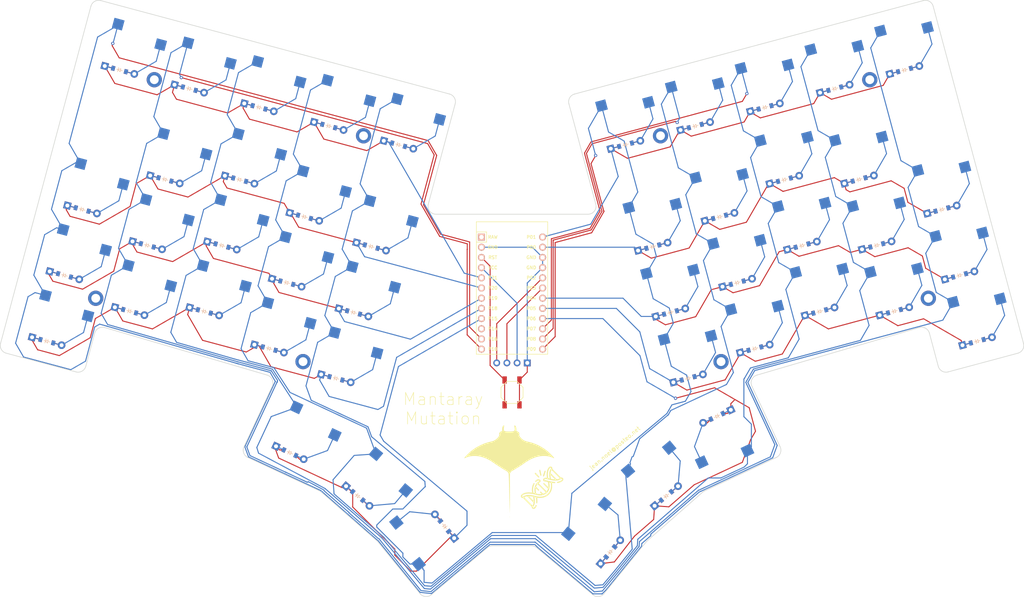
<source format=kicad_pcb>
(kicad_pcb (version 20241229) (generator "pcbnew") (generator_version "9.0")
  (title_block (title "aconcagua") (rev "v1.0.0") (company "Unknown"))
  (layers (0 "F.Cu" signal) (2 "B.Cu" signal) (13 "F.Paste" user) (15 "B.Paste" user) (5 "F.SilkS" user "F.Silkscreen") (7 "B.SilkS" user "B.Silkscreen") (1 "F.Mask" user) (3 "B.Mask" user) (25 "Edge.Cuts" user))
  (net 0 "")
  (net 1 "P16")
  (net 2 "pinky_bottom")
  (net 3 "pinky_home")
  (net 4 "pinky_top")
  (net 5 "P10")
  (net 6 "ring_bottom")
  (net 7 "ring_home")
  (net 8 "ring_top")
  (net 9 "P7")
  (net 10 "middle_bottom")
  (net 11 "middle_home")
  (net 12 "middle_top")
  (net 13 "P8")
  (net 14 "index_bottom")
  (net 15 "index_home")
  (net 16 "index_top")
  (net 17 "P9")
  (net 18 "inner_bottom")
  (net 19 "inner_home")
  (net 20 "inner_top")
  (net 21 "pinky_num")
  (net 22 "ring_num")
  (net 23 "middle_num")
  (net 24 "index_num")
  (net 25 "inner_num")
  (net 26 "layer_cluster")
  (net 27 "space_cluster")
  (net 28 "inner_cluster")
  (net 29 "mirror_pinky_bottom")
  (net 30 "mirror_pinky_home")
  (net 31 "mirror_pinky_top")
  (net 32 "mirror_ring_bottom")
  (net 33 "mirror_ring_home")
  (net 34 "mirror_ring_top")
  (net 35 "mirror_middle_bottom")
  (net 36 "mirror_middle_home")
  (net 37 "mirror_middle_top")
  (net 38 "mirror_index_bottom")
  (net 39 "mirror_index_home")
  (net 40 "mirror_index_top")
  (net 41 "mirror_inner_bottom")
  (net 42 "mirror_inner_home")
  (net 43 "mirror_inner_top")
  (net 44 "mirror_pinky_num")
  (net 45 "mirror_ring_num")
  (net 46 "mirror_middle_num")
  (net 47 "mirror_index_num")
  (net 48 "mirror_inner_num")
  (net 49 "mirror_layer_cluster")
  (net 50 "mirror_space_cluster")
  (net 51 "mirror_inner_cluster")
  (net 52 "P18")
  (net 53 "P19")
  (net 54 "P20")
  (net 55 "P21")
  (net 56 "P15")
  (net 57 "P5")
  (net 58 "P4")
  (net 59 "P0")
  (net 60 "P1")
  (net 61 "P6")
  (net 62 "RAW")
  (net 63 "GND")
  (net 64 "RST")
  (net 65 "VCC")
  (net 66 "P14")
  (net 67 "P2")
  (net 68 "P3")
  (footprint "E73:SW_TACT_ALPS_SKQGABE010" (layer "F.Cu") (at 170.224208 191.440061 -90)
    (property "Reference" "B1" (hide yes))
    (property "Value" "" (hide yes))
  )
  (footprint "PG1350" (layer "F.Cu") (at 59.960135 157.437676 -15)
    (property "Reference" "S2" (hide yes))
    (property "Value" "" (hide yes))
  )
  (footprint "ceoloide:mounting_hole_plated" (layer "F.Cu") (at 273.994904 167.977403 15)
    (property "Reference" "H6" (hide yes))
    (property "Value" "")
  )
  (footprint "ceoloide:mounting_hole_plated" (layer "F.Cu") (at 81.050898 113.499187 -15)
    (property "Reference" "H1" (hide yes))
    (property "Value" "")
  )
  (footprint "PG1350" (layer "F.Cu") (at 214.610872 120.219816 15)
    (property "Reference" "S42" (hide yes))
    (property "Value" "" (hide yes))
  )
  (footprint "PG1350" (layer "F.Cu") (at 127.621431 183.108906 -15)
    (property "Reference" "S13" (hide yes))
    (property "Value" "" (hide yes))
  )
  (footprint "ComboDiode" (layer "F.Cu") (at 74.906917 171.202181 -15)
    (property "Reference" "D4" (hide yes))
    (property "Value" "" (hide yes))
  )
  (footprint "ComboDiode" (layer "F.Cu") (at 205.321228 155.097079 15)
    (property "Reference" "D38" (hide yes))
    (property "Value" "" (hide yes))
  )
  (footprint "PG1350" (layer "F.Cu") (at 241.228193 150.010342 15)
    (property "Reference" "S31" (hide yes))
    (property "Value" "" (hide yes))
  )
  (footprint "PG1350" (layer "F.Cu") (at 231.997535 115.561064 15)
    (property "Reference" "S41" (hide yes))
    (property "Value" "" (hide yes))
  )
  (footprint "ComboDiode" (layer "F.Cu") (at 281.782363 162.267288 15)
    (property "Reference" "D25" (hide yes))
    (property "Value" "" (hide yes))
  )
  (footprint "ComboDiode" (layer "F.Cu") (at 198.518318 129.708199 15)
    (property "Reference" "D43" (hide yes))
    (property "Value" "" (hide yes))
  )
  (footprint "LOGO" (layer "F.Cu") (at 177.405353 215.240795)
    (property "Reference" "G***" (hide yes))
    (property "Value" "LOGO" (hide yes))
  )
  (footprint "PG1350" (layer "F.Cu") (at 208.427048 166.68818 15)
    (property "Reference" "S37" (hide yes))
    (property "Value" "" (hide yes))
  )
  (footprint "ceoloide:mounting_hole_plated" (layer "F.Cu") (at 222.32072 183.766674 15)
    (property "Reference" "H8" (hide yes))
    (property "Value" "")
  )
  (footprint "PG1350" (layer "F.Cu") (at 134.98205 213.429289 -40)
    (property "Reference" "S22" (hide yes))
    (property "Value" "" (hide yes))
  )
  (footprint "ComboDiode" (layer "F.Cu") (at 118.480088 147.678191 -15)
    (property "Reference" "D12" (hide yes))
    (property "Value" "" (hide yes))
  )
  (footprint "ComboDiode" (layer "F.Cu") (at 102.326052 138.419228 -15)
    (property "Reference" "D9" (hide yes))
    (property "Value" "" (hide yes))
  )
  (footprint "PG1350" (layer "F.Cu") (at 143.224209 124.878571 -15)
    (property "Reference" "S20" (hide yes))
    (property "Value" "" (hide yes))
  )
  (footprint "ComboDiode" (layer "F.Cu") (at 114.080162 164.098934 -15)
    (property "Reference" "D11" (hide yes))
    (property "Value" "" (hide yes))
  )
  (footprint "ComboDiode" (layer "F.Cu") (at 268.064957 111.073207 15)
    (property "Reference" "D39" (hide yes))
    (property "Value" "" (hide yes))
  )
  (footprint "ceoloide:mounting_hole_plated" (layer "F.Cu") (at 207.237517 127.475425 15)
    (property "Reference" "H7" (hide yes))
    (property "Value" "")
  )
  (footprint "PG1350" (layer "F.Cu") (at 212.826976 183.108933 15)
    (property "Reference" "S36" (hide yes))
    (property "Value" "" (hide yes))
  )
  (footprint "PG1350" (layer "F.Cu") (at 276.088352 141.016928 15)
    (property "Reference" "S26" (hide yes))
    (property "Value" "" (hide yes))
  )
  (footprint "ComboDiode" (layer "F.Cu") (at 107.156788 120.390704 -15)
    (property "Reference" "D18" (hide yes))
    (property "Value" "" (hide yes))
  )
  (footprint "ComboDiode" (layer "F.Cu") (at 221.308626 197.404975 -155)
    (property "Reference" "D44" (hide yes))
    (property "Value" "" (hide yes))
  )
  (footprint "ComboDiode" (layer "F.Cu") (at 131.76811 217.259511 -40)
    (property "Reference" "D22" (hide yes))
    (property "Value" "" (hide yes))
  )
  (footprint "PG1350" (layer "F.Cu") (at 264.247409 166.372566 15)
    (property "Reference" "S27" (hide yes))
    (property "Value" "" (hide yes))
  )
  (footprint "ComboDiode" (layer "F.Cu") (at 54.266131 178.688044 -15)
    (property "Reference" "D1" (hide yes))
    (property "Value" "" (hide yes))
  )
  (footprint "PG1350" (layer "F.Cu") (at 80.600918 149.951846 -15)
    (property "Reference" "S5" (hide yes))
    (property "Value" "" (hide yes))
  )
  (footprint "ComboDiode" (layer "F.Cu") (at 79.306842 154.781459 -15)
    (property "Reference" "D5" (hide yes))
    (property "Value" "" (hide yes))
  )
  (footprint "PG1350" (layer "F.Cu") (at 73.677538 106.243589 -15)
    (property "Reference" "S16" (hide yes))
    (property "Value" "" (hide yes))
  )
  (footprint "ceoloide:mounting_hole_plated" (layer "F.Cu") (at 118.127685 183.766664 -15)
    (property "Reference" "H4" (hide yes))
    (property "Value" "")
  )
  (footprint "PG1350" (layer "F.Cu") (at 132.021356 166.688181 -15)
    (property "Reference" "S14" (hide yes))
    (property "Value" "" (hide yes))
  )
  (footprint "ComboDiode" (layer "F.Cu") (at 141.93012 129.708204 -15)
    (property "Reference" "D20" (hide yes))
    (property "Value" "" (hide yes))
  )
  (footprint "ceoloide:mounting_hole_plated" (layer "F.Cu") (at 133.210897 127.475423 -15)
    (property "Reference" "H3" (hide yes))
    (property "Value" "")
  )
  (footprint "PG1350" (layer "F.Cu") (at 225.074149 159.2693 15)
    (property "Reference" "S34" (hide yes))
    (property "Value" "" (hide yes))
  )
  (footprint "ComboDiode" (layer "F.Cu") (at 221.968324 147.678191 15)
    (property "Reference" "D35" (hide yes))
    (property "Value" "" (hide yes))
  )
  (footprint "ComboDiode" (layer "F.Cu") (at 130.727271 171.51781 -15)
    (property "Reference" "D14" (hide yes))
    (property "Value" "" (hide yes))
  )
  (footprint "PG1350" (layer "F.Cu") (at 266.77086 106.243592 15)
    (property "Reference" "S39" (hide yes))
    (property "Value" "" (hide yes))
  )
  (footprint "PG1350" (layer "F.Cu") (at 259.847486 149.951826 15)
    (property "Reference" "S28" (hide yes))
    (property "Value" "" (hide yes))
  )
  (footprint "ComboDiode" (layer "F.Cu") (at 230.768151 180.519675 15)
    (property "Reference" "D33" (hide yes))
    (property "Value" "" (hide yes))
  )
  (footprint "PG1350" (layer "F.Cu") (at 76.201016 166.372572 -15)
    (property "Reference" "S4" (hide yes))
    (property "Value" "" (hide yes))
  )
  (footprint "ComboDiode" (layer "F.Cu") (at 233.29162 120.390712 15)
    (property "Reference" "D41" (hide yes))
    (property "Value" "" (hide yes))
  )
  (footprint "ComboDiode" (layer "F.Cu") (at 89.7701 115.731973 -15)
    (property "Reference" "D17" (hide yes))
    (property "Value" "" (hide yes))
  )
  (footprint "PG1350" (layer "F.Cu") (at 125.837544 120.219829 -15)
    (property "Reference" "S19" (hide yes))
    (property "Value" "" (hide yes))
  )
  (footprint "PG1350" (layer "F.Cu") (at 245.628114 166.431086 15)
    (property "Reference" "S30" (hide yes))
    (property "Value" "" (hide yes))
  )
  (footprint "PG1350" (layer "F.Cu") (at 223.421732 201.936541 -155)
    (property "Reference" "S44" (hide yes))
    (property "Value" "" (hide yes))
  )
  (footprint "PG1350" (layer "F.Cu") (at 103.620134 133.58962 -15)
    (property "Reference" "S9" (hide yes))
    (property "Value" "" (hide yes))
  )
  (footprint "ComboDiode" (layer "F.Cu") (at 93.526209 171.260724 -15)
    (property "Reference" "D7" (hide yes))
    (property "Value" "" (hide yes))
  )
  (footprint "ComboDiode" (layer "F.Cu") (at 214.121076 187.938539 15)
    (property "Reference" "D36" (hide yes))
    (property "Value" "" (hide yes))
  )
  (footprint "PG1350" (layer "F.Cu") (at 284.888203 173.858402 15)
    (property "Reference" "S24" (hide yes))
    (property "Value" "" (hide yes))
  )
  (footprint "PG1350" (layer "F.Cu") (at 108.450879 115.561066 -15)
    (property "Reference" "S18" (hide yes))
    (property "Value" "" (hide yes))
  )
  (footprint "ComboDiode" (layer "F.Cu") (at 215.904946 125.049464 15)
    (property "Reference" "D42" (hide yes))
    (property "Value" "" (hide yes))
  )
  (footprint "PG1350" (layer "F.Cu") (at 190.91151 227.990296 50)
    (property "Reference" "S46" (hide yes))
    (property "Value" "" (hide yes))
  )
  (footprint "PG1350" (layer "F.Cu") (at 280.488288 157.437655 15)
    (property "Reference" "S25" (hide yes))
    (property "Value" "" (hide yes))
  )
  (footprint "PG1350" (layer "F.Cu") (at 255.447537 133.53109 15)
    (property "Reference" "S29" (hide yes))
    (property "Value" "" (hide yes))
  )
  (footprint "PG1350" (layer "F.Cu") (at 116.9558 201.945276 -25)
    (property "Reference" "S21" (hide yes))
    (property "Value" "" (hide yes))
  )
  (footprint "ComboDiode" (layer "F.Cu") (at 114.842705 206.476843 -25)
    (property "Reference" "D21" (hide yes))
    (property "Value" "" (hide yes))
  )
  (footprint "ComboDiode" (layer "F.Cu") (at 58.666053 162.267301 -15)
    (property "Reference" "D2" (hide yes))
    (property "Value" "" (hide yes))
  )
  (footprint "PG1350" (layer "F.Cu") (at 94.82031 166.431087 -15)
    (property "Reference" "S7" (hide yes))
    (property "Value" "" (hide yes))
  )
  (footprint "PG1350" (layer "F.Cu") (at 197.2242 124.878566 15)
    (property "Reference" "S43" (hide yes))
    (property "Value" "" (hide yes))
  )
  (footprint "ComboDiode" (layer "F.Cu") (at 208.680289 217.259512 40)
    (property "Reference" "D45" (hide yes))
    (property "Value" "" (hide yes))
  )
  (footprint "ceoloide:mounting_hole_plated" (layer "F.Cu") (at 259.397509 113.49919 15)
    (property "Reference" "H5" (hide yes))
    (property "Value" "")
  )
  (footprint "ComboDiode" (layer "F.Cu") (at 286.182293 178.688021 15)
    (property "Reference" "D24" (hide yes))
    (property "Value" "" (hide yes))
  )
  (footprint "ceoloide:mounting_hole_plated" (layer "F.Cu") (at 66.453514 167.977409 -15)
    (property "Reference" "H2" (hide yes))
    (property "Value" "")
  )
  (footprint "ComboDiode" (layer "F.Cu") (at 97.926114 154.839967 -15)
    (property "Reference" "D8" (hide yes))
    (property "Value" "" (hide yes))
  )
  (footprint "PG1350" (layer "F.Cu") (at 110.974328 175.690038 -15)
    (property "Reference" "S10" (hide yes))
    (property "Value" "" (hide yes))
  )
  (footprint "PG1350" (layer "F.Cu") (at 236.828281 133.589597 15)
    (property "Reference" "S32" (hide yes))
    (property "Value" "" (hide yes))
  )
  (footprint "ComboDiode" (layer "F.Cu") (at 124.543458 125.049446 -15)
    (property "Reference" "D19" (hide yes))
    (property "Value" "" (hide yes))
  )
  (footprint "PG1350" (layer "F.Cu") (at 136.421266 150.267437 -15)
    (property "Reference" "S15" (hide yes))
    (property "Value" "" (hide yes))
  )
  (footprint "PG1350" (layer "F.Cu") (at 55.56019 173.858405 -15)
    (property "Reference" "S1" (hide yes))
    (property "Value" "" (hide yes))
  )
  (footprint "ComboDiode" (layer "F.Cu") (at 261.14157 154.78145 15)
    (property "Reference" "D28" (hide yes))
    (property "Value" "" (hide yes))
  )
  (footprint "ComboDiode" (layer "F.Cu") (at 72.383443 111.073234 -15)
    (property "Reference" "D16" (hide yes))
    (property "Value" "" (hide yes))
  )
  (footprint "PG1350" (layer "F.Cu") (at 149.512192 227.949948 129)
    (property "Reference" "S23" (hide yes))
    (property "Value" "" (hide yes))
  )
  (footprint "lib:OLED_headers" (layer "F.Cu") (at 164.224197 185.688183 90)
    (property "Reference" "OLED1" (hide yes))
    (property "Value" "OLED")
  )
  (footprint "PG1350" (layer "F.Cu") (at 91.064208 110.902352 -15)
    (property "Reference" "S17" (hide yes))
    (property "Value" "" (hide yes))
  )
  (footprint "LOGO" (layer "F.Cu") (at 169.529026 211.752968)
    (property "Reference" "G***" (hide yes))
    (property "Value" "LOGO" (hide yes))
  )
  (footprint "ComboDiode" (layer "F.Cu") (at 153.397934 224.803371 129)
    (property "Reference" "D23" (hide yes))
    (property "Value" "" (hide yes))
  )
  (footprint "PG1350" (layer "F.Cu") (at 64.360068 141.016918 -15)
    (property "Reference" "S3" (hide yes))
    (property "Value" "" (hide yes))
  )
  (footprint "ComboDiode" (layer "F.Cu") (at 277.382439 145.846549 15)
    (property "Reference" "D26" (hide yes))
    (property "Value" "" (hide yes))
  )
  (footprint "ComboDiode" (layer "F.Cu") (at 242.522267 154.839959 15)
    (property "Reference" "D31" (hide yes))
    (property "Value" "" (hide yes))
  )
  (footprint "ComboDiode" (layer "F.Cu") (at 265.5415 171.202185 15)
    (property "Reference" "D27" (hide yes))
    (property "Value" "" (hide yes))
  )
  (footprint "PG1350" (layer "F.Cu") (at 99.220227 150.010336 -15)
    (property "Reference" "S8" (hide yes))
    (property "Value" "" (hide yes))
  )
  (footprint "PG1350" (layer "F.Cu") (at 119.774181 142.848577 -15)
    (property "Reference" "S12" (hide yes))
    (property "Value" "" (hide yes))
  )
  (footprint "PG1350" (layer "F.Cu") (at 220.674226 142.848568 15)
    (property "Reference" "S35" (hide yes))
    (property "Value" "" (hide yes))
  )
  (footprint "ComboDiode" (layer "F.Cu") (at 83.706763 138.360721 -15)
    (property "Reference" "D6" (hide yes))
    (property "Value" "" (hide yes))
  )
  (footprint "PG1350" (layer "F.Cu") (at 205.466331 213.429288 40)
    (property "Reference" "S45" (hide yes))
    (property "Value" "" (hide yes))
  )
  (footprint "ProMicro" (layer "F.Cu") (at 170.224189 166.688181 -90)
    (property "Reference" "MCU1" (hide yes))
    (property "Value" "" (hide yes))
  )
  (footprint "PG1350" (layer "F.Cu") (at 249.384187 110.902333 15)
    (property "Reference" "S40" (hide yes))
    (property "Value" "" (hide yes))
  )
  (footprint "ComboDiode" (layer "F.Cu") (at 126.327315 187.938532 -15)
    (property "Reference" "D13" (hide yes))
    (property "Value" "" (hide yes))
  )
  (footprint "ComboDiode" (layer "F.Cu") (at 246.922185 171.260715 15)
    (property "Reference" "D30" (hide yes))
    (property "Value" "" (hide yes))
  )
  (footprint "PG1350" (layer "F.Cu") (at 85.00086 133.531085 -15)
    (property "Reference" "S6" (hide yes))
    (property "Value" "" (hide yes))
  )
  (footprint "ComboDiode" (layer "F.Cu") (at 256.74164 138.360715 15)
    (property "Reference" "D29" (hide yes))
    (property "Value" "" (hide yes))
  )
  (footprint "ComboDiode" (layer "F.Cu") (at 238.122366 138.419234 15)
    (property "Reference" "D32" (hide yes))
    (property "Value" "" (hide yes))
  )
  (footprint "ComboDiode" (layer "F.Cu") (at 209.721144 171.517819 15)
    (property "Reference" "D37" (hide yes))
    (property "Value" "" (hide yes))
  )
  (footprint "PG1350" (layer "F.Cu") (at 204.027135 150.267437 15)
    (property "Reference" "S38" (hide yes))
    (property "Value" "" (hide yes))
  )
  (footprint "ComboDiode" (layer "F.Cu") (at 194.741722 231.204232 50)
    (property "Reference" "D46" (hide yes))
    (property "Value" "" (hide yes))
  )
  (footprint "ComboDiode" (layer "F.Cu") (at 135.12719 155.097069 -15)
    (property "Reference" "D15" (hide yes))
    (property "Value" "" (hide yes))
  )
  (footprint "ComboDiode" (layer "F.Cu") (at 63.065974 145.846555 -15)
    (property "Reference" "D3" (hide yes))
    (property "Value" "" (hide yes))
  )
  (footprint "ComboDiode" (layer "F.Cu") (at 226.368247 164.098943 15)
    (property "Reference" "D34" (hide yes))
    (property "Value" "" (hide yes))
  )
  (footprint "ComboDiode" (layer "F.Cu") (at 250.678314 115.731979 15)
    (property "Reference" "D40" (hide yes))
    (property "Value" "" (hide yes))
  )
  (footprint "PG1350" (layer "F.Cu") (at 115.374256 159.269308 -15)
    (property "Reference" "S11" (hide yes))
    (property "Value" "" (hide yes))
  )
  (footprint "PG1350" (layer "F.Cu") (at 229.474072 175.690047 15)
    (property "Reference" "S33" (hide yes))
    (property "Value" "" (hide yes))
  )
  (footprint "ComboDiode" (layer "F.Cu") (at 109.680253 180.519667 -15)
    (property "Reference" "D10" (hide yes))
    (property "Value" "" (hide yes))
  )
  (gr_arc (start 66.192338 176.679455) (mid 67.144004 175.453738) (end 68.685746 175.277539) (stroke (width 0.15)) (layer "Edge.Cuts"))
  (gr_arc (start 217.745927 216.298751) (mid 217.971824 216.127312) (end 218.219707 215.989568) (stroke (width 0.15)) (layer "Edge.Cuts"))
  (gr_arc (start 44.149283 181.671241) (mid 42.934878 180.739393) (end 42.735066 179.22176) (stroke (width 0.15)) (layer "Edge.Cuts"))
  (gr_line (start 109.188535 187.126317) (end 68.685746 175.277539) (stroke (width 0.15)) (layer "Edge.Cuts"))
  (gr_line (start 67.701823 93.771997) (end 154.635132 117.065709) (stroke (width 0.15)) (layer "Edge.Cuts"))
  (gr_arc (start 151.28346 147.029126) (mid 149.696767 146.246636) (end 149.351617 144.511477) (stroke (width 0.15)) (layer "Edge.Cuts"))
  (gr_line (start 156.049358 119.515215) (end 149.351617 144.511477) (stroke (width 0.15)) (layer "Edge.Cuts"))
  (gr_arc (start 193.165873 241.591894) (mid 191.803962 242.320221) (end 190.329302 241.861257) (stroke (width 0.15)) (layer "Edge.Cuts"))
  (gr_line (start 42.735066 179.22176) (end 65.252313 95.186211) (stroke (width 0.15)) (layer "Edge.Cuts"))
  (gr_arc (start 65.252313 95.186213) (mid 66.184168 93.971799) (end 67.70181 93.771991) (stroke (width 0.15)) (layer "Edge.Cuts"))
  (gr_line (start 217.74593 216.298751) (end 203.915221 228.432794) (stroke (width 0.15)) (layer "Edge.Cuts"))
  (gr_line (start 191.096792 144.511486) (end 184.399055 119.515214) (stroke (width 0.15)) (layer "Edge.Cuts"))
  (gr_line (start 147.282517 241.591887) (end 136.765178 228.673498) (stroke (width 0.15)) (layer "Edge.Cuts"))
  (gr_arc (start 154.635132 117.065709) (mid 155.849545 117.997561) (end 156.049363 119.515204) (stroke (width 0.15)) (layer "Edge.Cuts"))
  (gr_arc (start 230.008811 189.891098) (mid 229.999295 188.221337) (end 231.259888 187.126304) (stroke (width 0.15)) (layer "Edge.Cuts"))
  (gr_arc (start 272.746588 93.772008) (mid 274.26423 93.971799) (end 275.196082 95.186208) (stroke (width 0.15)) (layer "Edge.Cuts"))
  (gr_line (start 275.196082 95.186208) (end 297.713351 179.221759) (stroke (width 0.15)) (layer "Edge.Cuts"))
  (gr_arc (start 136.5332 228.432801) (mid 136.654229 228.548292) (end 136.765178 228.673498) (stroke (width 0.15)) (layer "Edge.Cuts"))
  (gr_line (start 66.192338 176.679455) (end 63.985446 184.915778) (stroke (width 0.15)) (layer "Edge.Cuts"))
  (gr_arc (start 191.096792 144.511486) (mid 190.751647 146.246639) (end 189.16495 147.029129) (stroke (width 0.15)) (layer "Edge.Cuts"))
  (gr_arc (start 150.119088 241.861275) (mid 148.644425 242.320225) (end 147.282517 241.591887) (stroke (width 0.15)) (layer "Edge.Cuts"))
  (gr_arc (start 184.399055 119.515214) (mid 184.598849 117.997558) (end 185.813279 117.065712) (stroke (width 0.15)) (layer "Edge.Cuts"))
  (gr_line (start 236.08688 207.657951) (end 218.219707 215.989568) (stroke (width 0.15)) (layer "Edge.Cuts"))
  (gr_line (start 203.683237 228.673492) (end 193.165879 241.591895) (stroke (width 0.15)) (layer "Edge.Cuts"))
  (gr_line (start 230.008821 189.891109) (end 237.054265 205.000105) (stroke (width 0.15)) (layer "Edge.Cuts"))
  (gr_line (start 136.5332 228.432801) (end 122.702481 216.298745) (stroke (width 0.15)) (layer "Edge.Cuts"))
  (gr_line (start 175.069423 229.667513) (end 165.378974 229.667515) (stroke (width 0.15)) (layer "Edge.Cuts"))
  (gr_line (start 190.329302 241.861257) (end 176.355005 230.135417) (stroke (width 0.15)) (layer "Edge.Cuts"))
  (gr_arc (start 109.188543 187.126308) (mid 110.449146 188.221343) (end 110.439597 189.89109) (stroke (width 0.15)) (layer "Edge.Cuts"))
  (gr_arc (start 63.985446 184.915778) (mid 63.053591 186.1302) (end 61.535951 186.329981) (stroke (width 0.15)) (layer "Edge.Cuts"))
  (gr_line (start 271.762656 175.277561) (end 231.259888 187.126304) (stroke (width 0.15)) (layer "Edge.Cuts"))
  (gr_arc (start 271.762656 175.277561) (mid 273.304394 175.453764) (end 274.25605 176.679467) (stroke (width 0.15)) (layer "Edge.Cuts"))
  (gr_line (start 151.28346 147.029126) (end 189.16495 147.029129) (stroke (width 0.15)) (layer "Edge.Cuts"))
  (gr_line (start 61.535951 186.329981) (end 44.149283 181.671241) (stroke (width 0.15)) (layer "Edge.Cuts"))
  (gr_line (start 185.813279 117.065712) (end 272.746595 93.772005) (stroke (width 0.15)) (layer "Edge.Cuts"))
  (gr_line (start 276.462974 184.915786) (end 274.25605 176.679467) (stroke (width 0.15)) (layer "Edge.Cuts"))
  (gr_line (start 122.228721 215.989571) (end 104.36153 207.657955) (stroke (width 0.15)) (layer "Edge.Cuts"))
  (gr_arc (start 175.069423 229.667513) (mid 175.753465 229.788126) (end 176.355005 230.135417) (stroke (width 0.15)) (layer "Edge.Cuts"))
  (gr_arc (start 297.713351 179.221761) (mid 297.513546 180.739402) (end 296.299135 181.671266) (stroke (width 0.15)) (layer "Edge.Cuts"))
  (gr_line (start 103.394157 205.000101) (end 110.439597 189.89109) (stroke (width 0.15)) (layer "Edge.Cuts"))
  (gr_arc (start 203.683237 228.673492) (mid 203.794194 228.548291) (end 203.915221 228.432794) (stroke (width 0.15)) (layer "Edge.Cuts"))
  (gr_arc (start 104.36153 207.657955) (mid 103.327373 206.529376) (end 103.394157 205.000101) (stroke (width 0.15)) (layer "Edge.Cuts"))
  (gr_line (start 164.093389 230.135423) (end 150.119091 241.861272) (stroke (width 0.15)) (layer "Edge.Cuts"))
  (gr_line (start 296.299135 181.671266) (end 278.912468 186.329992) (stroke (width 0.15)) (layer "Edge.Cuts"))
  (gr_arc (start 237.05425 205.000087) (mid 237.121025 206.52937) (end 236.086867 207.657944) (stroke (width 0.15)) (layer "Edge.Cuts"))
  (gr_arc (start 122.228733 215.989573) (mid 122.476587 216.127332) (end 122.702481 216.298745) (stroke (width 0.15)) (layer "Edge.Cuts"))
  (gr_arc (start 278.912468 186.329992) (mid 277.394838 186.130191) (end 276.462974 184.915786) (stroke (width 0.15)) (layer "Edge.Cuts"))
  (gr_arc (start 164.093402 230.135415) (mid 164.694936 229.78812) (end 165.378974 229.667515) (stroke (width 0.15)) (layer "Edge.Cuts"))
  (gr_text "Mantaray\nMutation\n" (at 153.04 199.68 0) (layer "F.SilkS") (effects (font (size 3 3)) (justify bottom)))
  (gr_text "jean.noel@posteo.net" (at 190.09 210.91 40) (layer "F.SilkS") (effects (font (size 1 1)) (justify left bottom)))
  (segment (start 149.303442 128.671731) (end 78.011413 109.569092) (width 0.25) (layer "F.Cu") (net 1))
  (segment (start 159.65528 175.169274) (end 159.655282 153.935589) (width 0.25) (layer "F.Cu") (net 1))
  (segment (start 162.604186 178.118179) (end 159.65528 175.169274) (width 0.25) (layer "F.Cu") (net 1))
  (segment (start 148.14846 144.660042) (end 151.440641 132.373466) (width 0.25) (layer "F.Cu") (net 1))
  (segment (start 78.011413 109.569092) (end 72.300067 108.038741) (width 0.25) (layer "F.Cu") (net 1))
  (segment (start 72.300067 108.038741) (end 70.555079 105.01633) (width 0.25) (layer "F.Cu") (net 1))
  (segment (start 152.377886 151.985617) (end 148.14846 144.660042) (width 0.25) (layer "F.Cu") (net 1))
  (segment (start 159.655282 153.935589) (end 152.377886 151.985617) (width 0.25) (layer "F.Cu") (net 1))
  (segment (start 151.440641 132.373466) (end 149.303442 128.671731) (width 0.25) (layer "F.Cu") (net 1))
  (segment (start 70.555079 105.01633) (end 70.705131 104.456323) (width 0.25) (layer "F.Cu") (net 1))
  (via (at 70.705131 104.456323) (size 0.8) (drill 0.4) (layers "F.Cu" "B.Cu") (net 1))
  (segment (start 190.389804 241.646657) (end 192.631428 241.646658) (width 0.25) (layer "B.Cu") (net 1))
  (segment (start 150.139583 241.574955) (end 150.368949 241.389227) (width 0.25) (layer "B.Cu") (net 1))
  (segment (start 72.054117 99.648713) (end 71.975231 99.943136) (width 0.25) (layer "B.Cu") (net 1))
  (segment (start 271.384959 136.117304) (end 268.944113 140.345005) (width 0.25) (layer "B.Cu") (net 1))
  (segment (start 69.107863 174.892537) (end 69.110178 174.896517) (width 0.25) (layer "B.Cu") (net 1))
  (segment (start 122.900718 216.196681) (end 122.905306 216.209317) (width 0.25) (layer "B.Cu") (net 1))
  (segment (start 230.711859 185.994088) (end 229.000659 188.957972) (width 0.25) (layer "B.Cu") (net 1))
  (segment (start 72.054111 99.648698) (end 70.77703 104.414812) (width 0.25) (layer "B.Cu") (net 1))
  (segment (start 122.242359 215.766994) (end 122.458184 215.872289) (width 0.25) (layer "B.Cu") (net 1))
  (segment (start 176.701068 230.163402) (end 190.386678 241.647019) (width 0.25) (layer "B.Cu") (net 1))
  (segment (start 268.944113 140.345005) (end 271.557189 150.097161) (width 0.25) (layer "B.Cu") (net 1))
  (segment (start 192.631428 241.646658) (end 192.652996 241.668244) (width 0.25) (layer "B.Cu") (net 1))
  (segment (start 53.936782 167.26352) (end 51.33343 166.565943) (width 0.25) (layer "B.Cu") (net 1))
  (segment (start 49.582859 167.576666) (end 46.477019 179.167761) (width 0.25) (layer "B.Cu") (net 1))
  (segment (start 202.566702 229.109153) (end 204.790073 227.176401) (width 0.25) (layer "B.Cu") (net 1))
  (segment (start 53.72396 152.121838) (end 51.020296 162.212023) (width 0.25) (layer "B.Cu") (net 1))
  (segment (start 164.73784 229.35179) (end 175.889452 229.351793) (width 0.25) (layer "B.Cu") (net 1))
  (segment (start 51.020296 162.212023) (end 53.936782 167.26352) (width 0.25) (layer "B.Cu") (net 1))
  (segment (start 66.193047 175.133174) (end 67.417793 174.426061) (width 0.25) (layer "B.Cu") (net 1))
  (segment (start 122.905306 216.209317) (end 122.905323 216.209324) (width 0.25) (layer "B.Cu") (net 1))
  (segment (start 151.494296 240.444941) (end 163.838979 230.086521) (width 0.25) (layer "B.Cu") (net 1))
  (segment (start 48.470815 182.62112) (end 60.236124 185.773637) (width 0.25) (layer "B.Cu") (net 1))
  (segment (start 69.110178 174.896517) (end 69.28681 174.943845) (width 0.25) (layer "B.Cu") (net 1))
  (segment (start 66.923722 102.85962) (end 59.82016 129.370546) (width 0.25) (layer "B.Cu") (net 1))
  (segment (start 113.731819 211.805606) (end 113.740397 211.80248) (width 0.25) (layer "B.Cu") (net 1))
  (segment (start 57.994464 136.18406) (end 55.420222 145.791296) (width 0.25) (layer "B.Cu") (net 1))
  (segment (start 175.889452 229.351793) (end 176.701068 230.163402) (width 0.25) (layer "B.Cu") (net 1))
  (segment (start 216.887236 216.266029) (end 217.448742 216.004203) (width 0.25) (layer "B.Cu") (net 1))
  (segment (start 51.33343 166.565943) (end 49.582859 167.576666) (width 0.25) (layer "B.Cu") (net 1))
  (segment (start 275.784898 152.538032) (end 273.344044 156.765721) (width 0.25) (layer "B.Cu") (net 1))
  (segment (start 147.283543 241.274777) (end 150.139583 241.574955) (width 0.25) (layer "B.Cu") (net 1))
  (segment (start 204.819439 226.756415) (end 216.887236 216.266029) (width 0.25) (layer "B.Cu") (net 1))
  (segment (start 277.603661 173.429454) (end 276.40981 173.749356) (width 0.25) (layer "B.Cu") (net 1))
  (segment (start 163.838979 230.086521) (end 163.839787 230.079023) (width 0.25) (layer "B.Cu") (net 1))
  (segment (start 104.539537 207.51918) (end 113.731819 211.805606) (width 0.25) (layer "B.Cu") (net 1))
  (segment (start 136.786817 228.313898) (end 147.057234 240.996797) (width 0.25) (layer "B.Cu") (net 1))
  (segment (start 235.185563 207.743319) (end 217.249721 216.106929) (width 0.25) (layer "B.Cu") (net 1))
  (segment (start 101.554522 184.196453) (end 101.556808 184.200419) (width 0.25) (layer "B.Cu") (net 1))
  (segment (start 56.699302 150.404022) (end 53.72396 152.121838) (width 0.25) (layer "B.Cu") (net 1))
  (segment (start 111.223269 188.68613) (end 103.736261 204.74207) (width 0.25) (layer "B.Cu") (net 1))
  (segment (start 69.094664 174.87537) (end 69.103451 174.891273) (width 0.25) (layer "B.Cu") (net 1))
  (segment (start 103.619722 204.992007) (end 104.539537 207.51918) (width 0.25) (layer "B.Cu") (net 1))
  (segment (start 69.103451 174.891273) (end 69.107863 174.892537) (width 0.25) (layer "B.Cu") (net 1))
  (segment (start 267.157267 133.676441) (end 271.384959 136.117304) (width 0.25) (layer "B.Cu") (net 1))
  (segment (start 236.314313 204.642126) (end 235.185563 207.743319) (width 0.25) (layer "B.Cu") (net 1))
  (segment (start 61.582188 134.112679) (end 57.994464 136.18406) (width 0.25) (layer "B.Cu") (net 1))
  (segment (start 280.184799 168.958773) (end 277.603661 173.429454) (width 0.25) (layer "B.Cu") (net 1))
  (segment (start 109.91141 186.439039) (end 111.216792 188.700026) (width 0.25) (layer "B.Cu") (net 1))
  (segment (start 62.736621 134.422042) (end 61.582188 134.112679) (width 0.25) (layer "B.Cu") (net 1))
  (segment (start 202.519466 229.78457) (end 202.566702 229.109153) (width 0.25) (layer "B.Cu") (net 1))
  (segment (start 259.626608 105.571664) (end 267.157267 133.676441) (width 0.25) (layer "B.Cu") (net 1))
  (segment (start 150.368949 241.389227) (end 151.494296 240.444941) (width 0.25) (layer "B.Cu") (net 1))
  (segment (start 147.057234 240.996797) (end 147.283543 241.274777) (width 0.25) (layer "B.Cu") (net 1))
  (segment (start 111.216792 188.700026) (end 111.222728 188.710305) (width 0.25) (layer "B.Cu") (net 1))
  (segment (start 63.910374 183.652294) (end 66.193047 175.133174) (width 0.25) (layer "B.Cu") (net 1))
  (segment (start 275.957135 166.517925) (end 280.184799 168.958773) (width 0.25) (layer "B.Cu") (net 1))
  (segment (start 101.909245 184.29817) (end 101.913255 184.29595) (width 0.25) (layer "B.Cu") (net 1))
  (segment (start 204.790073 227.176401) (end 204.819439 226.756415) (width 0.25) (layer "B.Cu") (net 1))
  (segment (start 122.458184 215.872289) (end 122.71744 216.041496) (width 0.25) (layer "B.Cu") (net 1))
  (segment (start 70.77703 104.414812) (end 70.705131 104.456323) (width 0.25) (layer "B.Cu") (net 1))
  (segment (start 163.839787 230.079023) (end 164.73784 229.35179) (width 0.25) (layer "B.Cu") (net 1))
  (segment (start 271.557189 150.097161) (end 275.784898 152.538032) (width 0.25) (layer "B.Cu") (net 1))
  (segment (start 60.236124 185.773637) (end 63.910374 183.652294) (width 0.25) (layer "B.Cu") (net 1))
  (segment (start 190.386678 241.647019) (end 190.389804 241.646657) (width 0.25) (layer "B.Cu") (net 1))
  (segment (start 192.652996 241.668244) (end 193.683513 240.637728) (width 0.25) (layer "B.Cu") (net 1))
  (segment (start 111.222728 188.710305) (end 111.223269 188.68613) (width 0.25) (layer "B.Cu") (net 1))
  (segment (start 229.000659 188.957972) (end 236.314313 204.642126) (width 0.25) (layer "B.Cu") (net 1))
  (segment (start 262.067482 101.343971) (end 259.626608 105.571664) (width 0.25) (layer "B.Cu") (net 1))
  (segment (start 71.975231 99.943136) (end 66.923722 102.85962) (width 0.25) (layer "B.Cu") (net 1))
  (segment (start 58.336714 150.842771) (end 56.699302 150.404022) (width 0.25) (layer "B.Cu") (net 1))
  (segment (start 101.913255 184.29595) (end 109.91141 186.439039) (width 0.25) (layer "B.Cu") (net 1))
  (segment (start 46.477019 179.167761) (end 48.470815 182.62112) (width 0.25) (layer "B.Cu") (net 1))
  (segment (start 122.71744 216.041496) (end 122.900718 216.196681) (width 0.25) (layer "B.Cu") (net 1))
  (segment (start 122.905323 216.209324) (end 129.176567 221.711243) (width 0.25) (layer "B.Cu") (net 1))
  (segment (start 113.740397 211.80248) (end 122.242359 215.766994) (width 0.25) (layer "B.Cu") (net 1))
  (segment (start 103.736261 204.74207) (end 103.619722 204.992007) (width 0.25) (layer "B.Cu") (net 1))
  (segment (start 55.420222 145.791296) (end 58.336714 150.842771) (width 0.25) (layer "B.Cu") (net 1))
  (segment (start 101.556808 184.200419) (end 101.73349 184.247773) (width 0.25) (layer "B.Cu") (net 1))
  (segment (start 69.28681 174.943845) (end 101.554522 184.196453) (width 0.25) (layer "B.Cu") (net 1))
  (segment (start 193.683513 240.637728) (end 202.519466 229.78457) (width 0.25) (layer "B.Cu") (net 1))
  (segment (start 273.344044 156.765721) (end 275.957135 166.517925) (width 0.25) (layer "B.Cu") (net 1))
  (segment (start 129.176567 221.711243) (end 136.689031 228.302126) (width 0.25) (layer "B.Cu") (net 1))
  (segment (start 67.417793 174.426061) (end 69.094664 174.87537) (width 0.25) (layer "B.Cu") (net 1))
  (segment (start 59.82016 129.370546) (end 62.736621 134.422042) (width 0.25) (layer "B.Cu") (net 1))
  (segment (start 101.73349 184.247773) (end 101.909245 184.29817) (width 0.25) (layer "B.Cu") (net 1))
  (segment (start 276.40981 173.749356) (end 230.711859 185.994088) (width 0.25) (layer "B.Cu") (net 1))
  (segment (start 57.946297 179.674129) (end 57.946297 179.674144) (width 0.25) (layer "F.Cu") (net 2))
  (segment (start 55.859907 179.11508) (end 57.946297 179.674129) (width 0.25) (layer "F.Cu") (net 2))
  (segment (start 57.946292 179.67414) (end 63.414778 176.516878) (width 0.25) (layer "B.Cu") (net 2))
  (segment (start 55.8599 179.115066) (end 57.946281 179.67413) (width 0.25) (layer "B.Cu") (net 2))
  (segment (start 57.946281 179.67413) (end 57.946292 179.67414) (width 0.25) (layer "B.Cu") (net 2))
  (segment (start 63.414778 176.516878) (end 64.523819 172.377888) (width 0.25) (layer "B.Cu") (net 2))
  (segment (start 62.346222 163.25339) (end 62.34623 163.253404) (width 0.25) (layer "F.Cu") (net 3))
  (segment (start 60.259831 162.694345) (end 62.346222 163.25339) (width 0.25) (layer "F.Cu") (net 3))
  (segment (start 62.346216 163.253402) (end 67.814705 160.096162) (width 0.25) (layer "B.Cu") (net 3))
  (segment (start 67.814705 160.096162) (end 68.923748 155.957157) (width 0.25) (layer "B.Cu") (net 3))
  (segment (start 60.259812 162.694337) (end 62.346221 163.253396) (width 0.25) (layer "B.Cu") (net 3))
  (segment (start 62.346221 163.253396) (end 62.346216 163.253402) (width 0.25) (layer "B.Cu") (net 3))
  (segment (start 64.659747 146.273594) (end 66.746136 146.832643) (width 0.25) (layer "F.Cu") (net 4))
  (segment (start 66.746136 146.832643) (end 66.746148 146.832659) (width 0.25) (layer "F.Cu") (net 4))
  (segment (start 72.214605 143.675426) (end 73.323663 139.536438) (width 0.25) (layer "B.Cu") (net 4))
  (segment (start 66.746125 146.832654) (end 66.746133 146.832653) (width 0.25) (layer "B.Cu") (net 4))
  (segment (start 66.746133 146.832653) (end 72.214605 143.675426) (width 0.25) (layer "B.Cu") (net 4))
  (segment (start 64.65974 146.273605) (end 66.746125 146.832654) (width 0.25) (layer "B.Cu") (net 4))
  (segment (start 150.814682 132.2368) (end 147.530836 144.492284) (width 0.25) (layer "F.Cu") (net 5))
  (segment (start 87.787966 112.972885) (end 149.191872 129.426009) (width 0.25) (layer "F.Cu") (net 5))
  (segment (start 162.604188 180.658175) (end 159.045282 177.099272) (width 0.25) (layer "F.Cu") (net 5))
  (segment (start 159.070085 155.774823) (end 159.04528 155.799623) (width 0.25) (layer "F.Cu") (net 5))
  (segment (start 147.530836 144.492284) (end 152.185147 152.553785) (width 0.25) (layer "F.Cu") (net 5))
  (segment (start 152.185147 152.553785) (end 159.070084 154.398599) (width 0.25) (layer "F.Cu") (net 5))
  (segment (start 149.191872 129.426009) (end 150.814682 132.2368) (width 0.25) (layer "F.Cu") (net 5))
  (segment (start 159.045282 177.099272) (end 159.04528 155.799623) (width 0.25) (layer "F.Cu") (net 5))
  (segment (start 159.070084 154.398599) (end 159.070085 155.774823) (width 0.25) (layer "F.Cu") (net 5))
  (via (at 87.787966 112.972885) (size 0.8) (drill 0.4) (layers "F.Cu" "B.Cu") (net 5))
  (segment (start 78.977484 143.356946) (end 74.749793 145.797794) (width 0.25) (layer "B.Cu") (net 5))
  (segment (start 87.33098 112.181361) (end 87.787966 112.972885) (width 0.25) (layer "B.Cu") (net 5))
  (segment (start 111.580125 189.011022) (end 104.164728 204.913352) (width 0.25) (layer "B.Cu") (net 5))
  (segment (start 216.742247 215.794501) (end 216.819697 215.799907) (width 0.25) (layer "B.Cu") (net 5))
  (segment (start 250.916384 142.611332) (end 248.303312 132.85916) (width 0.25) (layer "B.Cu") (net 5))
  (segment (start 123.327266 215.76904) (end 123.394345 215.988446) (width 0.25) (layer "B.Cu") (net 5))
  (segment (start 69.407332 174.509234) (end 101.853995 183.813146) (width 0.25) (layer "B.Cu") (net 5))
  (segment (start 150.013651 241.096611) (end 150.082073 241.041203) (width 0.25) (layer "B.Cu") (net 5))
  (segment (start 110.035623 186.005416) (end 110.035626 186.005425) (width 0.25) (layer "B.Cu") (net 5))
  (segment (start 110.177021 186.043314) (end 110.208586 186.051765) (width 0.25) (layer "B.Cu") (net 5))
  (segment (start 228.496178 188.929766) (end 230.41469 185.606797) (width 0.25) (layer "B.Cu") (net 5))
  (segment (start 104.164728 204.913352) (end 104.151827 204.918056) (width 0.25) (layer "B.Cu") (net 5))
  (segment (start 255.144101 145.05219) (end 250.916384 142.611332) (width 0.25) (layer "B.Cu") (net 5))
  (segment (start 175.979789 228.764895) (end 190.71922 241.132743) (width 0.25) (layer "B.Cu") (net 5))
  (segment (start 110.03562 186.005411) (end 110.035623 186.005416) (width 0.25) (layer "B.Cu") (net 5))
  (segment (start 113.829994 211.346649) (end 113.829997 211.346648) (width 0.25) (layer "B.Cu") (net 5))
  (segment (start 246.498891 126.180459) (end 242.229803 110.248002) (width 0.25) (layer "B.Cu") (net 5))
  (segment (start 89.440786 104.307461) (end 87.33098 112.181361) (width 0.25) (layer "B.Cu") (net 5))
  (segment (start 70.349881 162.218536) (end 67.801754 171.728282) (width 0.25) (layer "B.Cu") (net 5))
  (segment (start 89.440771 104.307451) (end 89.434764 104.329842) (width 0.25) (layer "B.Cu") (net 5))
  (segment (start 119.140815 213.823113) (end 119.488732 213.716729) (width 0.25) (layer "B.Cu") (net 5))
  (segment (start 228.508542 188.975946) (end 228.496178 188.929766) (width 0.25) (layer "B.Cu") (net 5))
  (segment (start 111.73781 188.672846) (end 111.67622 188.804944) (width 0.25) (layer "B.Cu") (net 5))
  (segment (start 150.082073 241.041203) (end 151.27575 240.039576) (width 0.25) (layer "B.Cu") (net 5))
  (segment (start 74.577583 159.777669) (end 70.349881 162.218536) (width 0.25) (layer "B.Cu") (net 5))
  (segment (start 110.208586 186.051765) (end 110.208581 186.051761) (width 0.25) (layer "B.Cu") (net 5))
  (segment (start 104.899449 207.189391) (end 104.908038 207.186244) (width 0.25) (layer "B.Cu") (net 5))
  (segment (start 104.108653 205.010651) (end 104.107418 205.013288) (width 0.25) (layer "B.Cu") (net 5))
  (segment (start 110.03562 186.005411) (end 110.177021 186.043314) (width 0.25) (layer "B.Cu") (net 5))
  (segment (start 252.703233 149.279893) (end 255.144101 145.05219) (width 0.25) (layer "B.Cu") (net 5))
  (segment (start 259.221016 174.741957) (end 256.895028 166.061161) (width 0.25) (layer "B.Cu") (net 5))
  (segment (start 111.680832 188.870762) (end 111.669894 188.883337) (width 0.25) (layer "B.Cu") (net 5))
  (segment (start 76.53663 139.129234) (end 78.977484 143.356946) (width 0.25) (layer "B.Cu") (net 5))
  (segment (start 163.406354 229.849683) (end 164.732264 228.775975) (width 0.25) (layer "B.Cu") (net 5))
  (segment (start 234.621387 207.498843) (end 235.728079 204.458254) (width 0.25) (layer "B.Cu") (net 5))
  (segment (start 235.728079 204.458254) (end 228.508542 188.975946) (width 0.25) (layer "B.Cu") (net 5))
  (segment (start 79.149718 129.37706) (end 76.53663 139.129234) (width 0.25) (layer "B.Cu") (net 5))
  (segment (start 190.71922 241.132743) (end 192.726286 240.957148) (width 0.25) (layer "B.Cu") (net 5))
  (segment (start 242.229803 110.248002) (end 244.680807 106.002721) (width 0.25) (layer "B.Cu") (net 5))
  (segment (start 110.208586 186.051765) (end 110.20859 186.051766) (width 0.25) (layer "B.Cu") (net 5))
  (segment (start 80.936565 122.708485) (end 83.377427 126.936194) (width 0.25) (layer "B.Cu") (net 5))
  (segment (start 104.925747 207.201647) (end 113.753101 211.317911) (width 0.25) (layer "B.Cu") (net 5))
  (segment (start 111.604056 188.997212) (end 111.580125 189.011022) (width 0.25) (layer "B.Cu") (net 5))
  (segment (start 248.303312 132.85916) (end 250.744168 128.631456) (width 0.25) (layer "B.Cu") (net 5))
  (segment (start 104.107418 205.013288) (end 104.899449 207.189391) (width 0.25) (layer "B.Cu") (net 5))
  (segment (start 111.613957 188.960257) (end 111.604056 188.997212) (width 0.25) (layer "B.Cu") (net 5))
  (segment (start 111.780465 188.472244) (end 111.73781 188.672846) (width 0.25) (layer "B.Cu") (net 5))
  (segment (start 67.801754 171.728282) (end 69.407332 174.509234) (width 0.25) (layer "B.Cu") (net 5))
  (segment (start 175.852994 228.775986) (end 175.979789 228.764895) (width 0.25) (layer "B.Cu") (net 5))
  (segment (start 101.853995 183.813146) (end 110.03562 186.005411) (width 0.25) (layer "B.Cu") (net 5))
  (segment (start 201.989941 228.618471) (end 216.742247 215.794501) (width 0.25) (layer "B.Cu") (net 5))
  (segment (start 255.316329 159.032092) (end 252.703233 149.279893) (width 0.25) (layer "B.Cu") (net 5))
  (segment (start 113.829997 211.346648) (end 113.988427 211.420512) (width 0.25) (layer "B.Cu") (net 5))
  (segment (start 250.744168 128.631456) (end 246.498891 126.180459) (width 0.25) (layer "B.Cu") (net 5))
  (segment (start 164.732264 228.775975) (end 175.852994 228.775986) (width 0.25) (layer "B.Cu") (net 5))
  (segment (start 129.61442 221.495427) (end 136.880667 227.870282) (width 0.25) (layer "B.Cu") (net 5))
  (segment (start 257.072127 178.463959) (end 259.221016 174.741957) (width 0.25) (layer "B.Cu") (net 5))
  (segment (start 256.895028 166.061161) (end 259.544018 161.472935) (width 0.25) (layer "B.Cu") (net 5))
  (segment (start 192.726286 240.957148) (end 192.732086 240.951358) (width 0.25) (layer "B.Cu") (net 5))
  (segment (start 119.47521 213.720874) (end 123.327266 215.76904) (width 0.25) (layer "B.Cu") (net 5))
  (segment (start 113.988435 211.420517) (end 119.140815 213.823113) (width 0.25) (layer "B.Cu") (net 5))
  (segment (start 137.020317 227.884961) (end 147.505426 240.832982) (width 0.25) (layer "B.Cu") (net 5))
  (segment (start 119.140815 213.823113) (end 119.47521 213.720874) (width 0.25) (layer "B.Cu") (net 5))
  (segment (start 111.67622 188.804944) (end 111.680832 188.870762) (width 0.25) (layer "B.Cu") (net 5))
  (segment (start 87.787966 112.972885) (end 87.791503 112.979007) (width 0.25) (layer "B.Cu") (net 5))
  (segment (start 136.880667 227.870282) (end 137.020317 227.884961) (width 0.25) (layer "B.Cu") (net 5))
  (segment (start 201.905639 229.8242) (end 201.989941 228.618471) (width 0.25) (layer "B.Cu") (net 5))
  (segment (start 196.582091 236.363097) (end 201.905639 229.8242) (width 0.25) (layer "B.Cu") (net 5))
  (segment (start 74.749793 145.797794) (end 72.136707 155.549966) (width 0.25) (layer "B.Cu") (net 5))
  (segment (start 216.819697 215.799907) (end 234.621387 207.498843) (width 0.25) (layer "B.Cu") (net 5))
  (segment (start 104.908038 207.186244) (end 104.925747 207.201647) (width 0.25) (layer "B.Cu") (net 5))
  (segment (start 113.988427 211.420512) (end 113.988435 211.420517) (width 0.25) (layer "B.Cu") (net 5))
  (segment (start 72.136707 155.549966) (end 74.577583 159.777669) (width 0.25) (layer "B.Cu") (net 5))
  (segment (start 83.377427 126.936194) (end 79.149718 129.37706) (width 0.25) (layer "B.Cu") (net 5))
  (segment (start 147.505426 240.832982) (end 150.013651 241.096611) (width 0.25) (layer "B.Cu") (net 5))
  (segment (start 230.41469 185.606797) (end 257.072127 178.463959) (width 0.25) (layer "B.Cu") (net 5))
  (segment (start 259.544018 161.472935) (end 255.316329 159.032092) (width 0.25) (layer "B.Cu") (net 5))
  (segment (start 111.669894 188.883337) (end 111.669352 188.907344) (width 0.25) (layer "B.Cu") (net 5))
  (segment (start 151.27575 240.039576) (end 160.785018 232.060349) (width 0.25) (layer "B.Cu") (net 5))
  (segment (start 111.669352 188.907344) (end 111.613957 188.960257) (width 0.25) (layer "B.Cu") (net 5))
  (segment (start 89.440771 104.307451) (end 85.213092 106.748313) (width 0.25) (layer "B.Cu") (net 5))
  (segment (start 163.405075 229.861876) (end 163.406354 229.849683) (width 0.25) (layer "B.Cu") (net 5))
  (segment (start 160.785018 232.060349) (end 163.405075 229.861876) (width 0.25) (layer "B.Cu") (net 5))
  (segment (start 110.20859 186.051766) (end 111.780465 188.472244) (width 0.25) (layer "B.Cu") (net 5))
  (segment (start 113.753101 211.317911) (end 113.761684 211.314784) (width 0.25) (layer "B.Cu") (net 5))
  (segment (start 85.213092 106.748313) (end 80.936565 122.708485) (width 0.25) (layer "B.Cu") (net 5))
  (segment (start 129.606993 221.38902) (end 129.61442 221.495427) (width 0.25) (layer "B.Cu") (net 5))
  (segment (start 104.151827 204.918056) (end 104.108653 205.010651) (width 0.25) (layer "B.Cu") (net 5))
  (segment (start 192.732086 240.951358) (end 196.582091 236.363097) (width 0.25) (layer "B.Cu") (net 5))
  (segment (start 113.761684 211.314784) (end 113.829994 211.346649) (width 0.25) (layer "B.Cu") (net 5))
  (segment (start 123.394345 215.988446) (end 129.606993 221.38902) (width 0.25) (layer "B.Cu") (net 5))
  (segment (start 76.500694 171.629229) (end 78.587076 172.18827) (width 0.25) (layer "F.Cu") (net 6))
  (segment (start 78.587076 172.18827) (end 78.587082 172.188284) (width 0.25) (layer "F.Cu") (net 6))
  (segment (start 78.587075 172.188295) (end 78.587087 172.188289) (width 0.25) (layer "B.Cu") (net 6))
  (segment (start 78.587087 172.188289) (end 84.055579 169.031054) (width 0.25) (layer "B.Cu") (net 6))
  (segment (start 84.055579 169.031054) (end 85.164612 164.892072) (width 0.25) (layer "B.Cu") (net 6))
  (segment (start 76.500685 171.629232) (end 78.587075 172.188295) (width 0.25) (layer "B.Cu") (net 6))
  (segment (start 80.900621 155.208503) (end 82.987009 155.767546) (width 0.25) (layer "F.Cu") (net 7))
  (segment (start 82.987009 155.767546) (end 82.987012 155.767559) (width 0.25) (layer "F.Cu") (net 7))
  (segment (start 82.98702 155.767551) (end 88.455503 152.610314) (width 0.25) (layer "B.Cu") (net 7))
  (segment (start 88.455503 152.610314) (end 89.564524 148.47132) (width 0.25) (layer "B.Cu") (net 7))
  (segment (start 80.900622 155.208499) (end 82.987015 155.767545) (width 0.25) (layer "B.Cu") (net 7))
  (segment (start 82.987015 155.767545) (end 82.98702 155.767551) (width 0.25) (layer "B.Cu") (net 7))
  (segment (start 85.300539 138.787762) (end 87.386928 139.346811) (width 0.25) (layer "F.Cu") (net 8))
  (segment (start 87.386928 139.346811) (end 87.386941 139.346818) (width 0.25) (layer "F.Cu") (net 8))
  (segment (start 85.30054 138.78777) (end 87.386937 139.346808) (width 0.25) (layer "B.Cu") (net 8))
  (segment (start 92.855441 136.189575) (end 93.964458 132.050582) (width 0.25) (layer "B.Cu") (net 8))
  (segment (start 87.386937 139.346808) (end 87.386937 139.346799) (width 0.25) (layer "B.Cu") (net 8))
  (segment (start 87.386937 139.346799) (end 92.855441 136.189575) (width 0.25) (layer "B.Cu") (net 8))
  (segment (start 192.150576 146.243686) (end 189.661563 150.554788) (width 0.25) (layer "F.Cu") (net 9))
  (segment (start 227.634612 118.894363) (end 189.895886 129.006426) (width 0.25) (layer "F.Cu") (net 9))
  (segment (start 228.759992 116.945145) (end 228.85545 116.779806) (width 0.25) (layer "F.Cu") (net 9))
  (segment (start 228.759992 116.945145) (end 227.634612 118.894363) (width 0.25) (layer "F.Cu") (net 9))
  (segment (start 189.661563 150.554788) (end 180.031273 153.13521) (width 0.25) (layer "F.Cu") (net 9))
  (segment (start 180.031274 173.391098) (end 177.844192 175.57819) (width 0.25) (layer "F.Cu") (net 9))
  (segment (start 188.281229 131.803094) (end 192.150576 146.243686) (width 0.25) (layer "F.Cu") (net 9))
  (segment (start 189.895886 129.006426) (end 188.281229 131.803094) (width 0.25) (layer "F.Cu") (net 9))
  (segment (start 180.031273 153.13521) (end 180.031274 173.391098) (width 0.25) (layer "F.Cu") (net 9))
  (via (at 228.759992 116.945145) (size 0.8) (drill 0.4) (layers "F.Cu" "B.Cu") (net 9))
  (segment (start 85.166358 176.469378) (end 86.612065 178.973434) (width 0.25) (layer "B.Cu") (net 9))
  (segment (start 227.29416 110.661442) (end 224.853295 114.889143) (width 0.25) (layer "B.Cu") (net 9))
  (segment (start 97.596793 143.41545) (end 93.369095 145.856315) (width 0.25) (layer "B.Cu") (net 9))
  (segment (start 123.635537 215.422178) (end 137.734529 227.678235) (width 0.25) (layer "B.Cu") (net 9))
  (segment (start 176.033915 227.889137) (end 190.732828 240.223001) (width 0.25) (layer "B.Cu") (net 9))
  (segment (start 86.612065 178.973434) (end 100.927999 183.078448) (width 0.25) (layer "B.Cu") (net 9))
  (segment (start 236.697028 159.0906) (end 240.924737 161.531466) (width 0.25) (layer "B.Cu") (net 9))
  (segment (start 95.107308 139.103533) (end 97.596793 143.41545) (width 0.25) (layer "B.Cu") (net 9))
  (segment (start 201.568341 228.042929) (end 219.140865 212.767363) (width 0.25) (layer "B.Cu") (net 9))
  (segment (start 90.755985 155.608497) (end 93.196864 159.836197) (width 0.25) (layer "B.Cu") (net 9))
  (segment (start 107.037932 206.585744) (end 106.603756 205.165643) (width 0.25) (layer "B.Cu") (net 9))
  (segment (start 229.652437 185.344129) (end 228.199194 187.86123) (width 0.25) (layer "B.Cu") (net 9))
  (segment (start 88.969187 162.277061) (end 85.166358 176.469378) (width 0.25) (layer "B.Cu") (net 9))
  (segment (start 99.231461 122.20515) (end 101.99671 126.994721) (width 0.25) (layer "B.Cu") (net 9))
  (segment (start 190.732828 240.223001) (end 192.914681 240.032104) (width 0.25) (layer "B.Cu") (net 9))
  (segment (start 228.168878 187.944468) (end 228.012208 188.101138) (width 0.25) (layer "B.Cu") (net 9))
  (segment (start 93.196864 159.836197) (end 88.969187 162.277061) (width 0.25) (layer "B.Cu") (net 9))
  (segment (start 227.294159 110.661442) (end 228.908808 116.687399) (width 0.25) (layer "B.Cu") (net 9))
  (segment (start 192.914681 240.032104) (end 196.234453 236.075756) (width 0.25) (layer "B.Cu") (net 9))
  (segment (start 164.894799 227.889152) (end 176.033915 227.889137) (width 0.25) (layer "B.Cu") (net 9))
  (segment (start 229.88271 204.966768) (end 228.904477 205.945001) (width 0.25) (layer "B.Cu") (net 9))
  (segment (start 232.124906 128.689978) (end 229.684036 132.917688) (width 0.25) (layer "B.Cu") (net 9))
  (segment (start 106.827441 108.966188) (end 102.037869 111.731444) (width 0.25) (layer "B.Cu") (net 9))
  (segment (start 110.49774 185.652144) (end 116.545523 194.96492) (width 0.25) (layer "B.Cu") (net 9))
  (segment (start 236.524802 145.110717) (end 234.083944 149.338422) (width 0.25) (layer "B.Cu") (net 9))
  (segment (start 123.635537 215.422178) (end 123.631409 215.408638) (width 0.25) (layer "B.Cu") (net 9))
  (segment (start 240.924737 161.531466) (end 238.473499 165.777136) (width 0.25) (layer "B.Cu") (net 9))
  (segment (start 100.927999 183.078448) (end 110.385772 185.612659) (width 0.25) (layer "B.Cu") (net 9))
  (segment (start 234.083944 149.338422) (end 236.697028 159.0906) (width 0.25) (layer "B.Cu") (net 9))
  (segment (start 137.734529 227.678235) (end 137.749192 227.67953) (width 0.25) (layer "B.Cu") (net 9))
  (segment (start 137.749192 227.67953) (end 148.374111 240.341819) (width 0.25) (layer "B.Cu") (net 9))
  (segment (start 116.545523 194.96492) (end 116.502217 195.16868) (width 0.25) (layer "B.Cu") (net 9))
  (segment (start 232.297128 142.669873) (end 236.524802 145.110717) (width 0.25) (layer "B.Cu") (net 9))
  (segment (start 149.89564 240.474921) (end 154.16251 236.894593) (width 0.25) (layer "B.Cu") (net 9))
  (segment (start 102.037869 111.731444) (end 99.231461 122.20515) (width 0.25) (layer "B.Cu") (net 9))
  (segment (start 154.16251 236.894593) (end 164.894799 227.889152) (width 0.25) (layer "B.Cu") (net 9))
  (segment (start 93.369095 145.856315) (end 90.755985 155.608497) (width 0.25) (layer "B.Cu") (net 9))
  (segment (start 101.99671 126.994721) (end 97.684811 129.484204) (width 0.25) (layer "B.Cu") (net 9))
  (segment (start 228.908808 116.687399) (end 228.759992 116.945145) (width 0.25) (layer "B.Cu") (net 9))
  (segment (start 239.089533 182.815481) (end 229.652437 185.344129) (width 0.25) (layer "B.Cu") (net 9))
  (segment (start 228.904477 209.232041) (end 228.904477 205.945001) (width 0.25) (layer "B.Cu") (net 9))
  (segment (start 106.603756 205.165643) (end 110.194921 197.464349) (width 0.25) (layer "B.Cu") (net 9))
  (segment (start 228.199194 187.86123) (end 228.168878 187.944468) (width 0.25) (layer "B.Cu") (net 9))
  (segment (start 148.374111 240.341819) (end 149.89564 240.474921) (width 0.25) (layer "B.Cu") (net 9))
  (segment (start 201.455034 229.663343) (end 201.568341 228.042929) (width 0.25) (layer "B.Cu") (net 9))
  (segment (start 228.08937 210.047148) (end 228.904477 209.232041) (width 0.25) (layer "B.Cu") (net 9))
  (segment (start 196.234453 236.075756) (end 201.455034 229.663343) (width 0.25) (layer "B.Cu") (net 9))
  (segment (start 238.473499 165.777136) (end 241.786996 178.143313) (width 0.25) (layer "B.Cu") (net 9))
  (segment (start 228.012208 188.101138) (end 228.012208 197.482828) (width 0.25) (layer "B.Cu") (net 9))
  (segment (start 229.684036 132.917688) (end 232.297128 142.669873) (width 0.25) (layer "B.Cu") (net 9))
  (segment (start 224.853295 114.889143) (end 227.897186 126.249111) (width 0.25) (layer "B.Cu") (net 9))
  (segment (start 97.684811 129.484204) (end 95.107308 139.103533) (width 0.25) (layer "B.Cu") (net 9))
  (segment (start 229.88271 199.35333) (end 229.88271 204.966768) (width 0.25) (layer "B.Cu") (net 9))
  (segment (start 219.140865 212.767363) (end 222.255851 212.767363) (width 0.25) (layer "B.Cu") (net 9))
  (segment (start 227.897186 126.249111) (end 232.124906 128.689978) (width 0.25) (layer "B.Cu") (net 9))
  (segment (start 222.255851 212.767363) (end 228.08937 210.047148) (width 0.25) (layer "B.Cu") (net 9))
  (segment (start 228.012208 197.482828) (end 229.88271 199.35333) (width 0.25) (layer "B.Cu") (net 9))
  (segment (start 241.786996 178.143313) (end 239.089533 182.815481) (width 0.25) (layer "B.Cu") (net 9))
  (segment (start 110.194921 197.464349) (end 116.502228 195.168674) (width 0.25) (layer "B.Cu") (net 9))
  (segment (start 123.631409 215.408638) (end 107.037932 206.585744) (width 0.25) (layer "B.Cu") (net 9))
  (segment (start 95.119986 171.687768) (end 97.206371 172.246813) (width 0.25) (layer "F.Cu") (net 10))
  (segment (start 97.206371 172.246813) (end 97.206377 172.246826) (width 0.25) (layer "F.Cu") (net 10))
  (segment (start 102.674872 169.089566) (end 103.783914 164.950584) (width 0.25) (layer "B.Cu") (net 10))
  (segment (start 97.206386 172.246806) (end 97.206393 172.246811) (width 0.25) (layer "B.Cu") (net 10))
  (segment (start 95.119984 171.68777) (end 97.206386 172.246806) (width 0.25) (layer "B.Cu") (net 10))
  (segment (start 97.206393 172.246811) (end 102.674872 169.089566) (width 0.25) (layer "B.Cu") (net 10))
  (segment (start 101.606283 155.826062) (end 101.606285 155.826071) (width 0.25) (layer "F.Cu") (net 11))
  (segment (start 99.519896 155.267013) (end 101.606283 155.826062) (width 0.25) (layer "F.Cu") (net 11))
  (segment (start 101.606297 155.826091) (end 107.074791 152.668837) (width 0.25) (layer "B.Cu") (net 11))
  (segment (start 99.519912 155.267033) (end 101.606299 155.826082) (width 0.25) (layer "B.Cu") (net 11))
  (segment (start 107.074791 152.668837) (end 108.183833 148.529834) (width 0.25) (layer "B.Cu") (net 11))
  (segment (start 101.606299 155.826082) (end 101.606297 155.826091) (width 0.25) (layer "B.Cu") (net 11))
  (segment (start 103.919829 138.846269) (end 106.006214 139.405316) (width 0.25) (layer "F.Cu") (net 12))
  (segment (start 106.006214 139.405316) (end 106.006222 139.405331) (width 0.25) (layer "F.Cu") (net 12))
  (segment (start 106.006223 139.405328) (end 103.919822 138.846296) (width 0.25) (layer "B.Cu") (net 12))
  (segment (start 103.919822 138.846296) (end 103.919825 138.846292) (width 0.25) (layer "B.Cu") (net 12))
  (segment (start 111.474714 136.248104) (end 112.583751 132.109095) (width 0.25) (layer "B.Cu") (net 12))
  (segment (start 106.006223 139.405328) (end 111.474714 136.248104) (width 0.25) (layer "B.Cu") (net 12))
  (segment (start 180.48228 175.4801) (end 180.482277 153.48128) (width 0.25) (layer "F.Cu") (net 13))
  (segment (start 180.482277 153.48128) (end 189.958738 150.942067) (width 0.25) (layer "F.Cu") (net 13))
  (segment (start 190.158224 129.454046) (end 210.925627 123.889444) (width 0.25) (layer "F.Cu") (net 13))
  (segment (start 177.844193 178.118183) (end 180.48228 175.4801) (width 0.25) (layer "F.Cu") (net 13))
  (segment (start 188.765214 131.866813) (end 190.158224 129.454046) (width 0.25) (layer "F.Cu") (net 13))
  (segment (start 192.634559 146.307403) (end 188.765214 131.866813) (width 0.25) (layer "F.Cu") (net 13))
  (segment (start 189.958738 150.942067) (end 192.634559 146.307403) (width 0.25) (layer "F.Cu") (net 13))
  (segment (start 210.925627 123.889444) (end 211.384119 124.154155) (width 0.25) (layer "F.Cu") (net 13))
  (via (at 211.384119 124.154155) (size 0.8) (drill 0.4) (layers "F.Cu" "B.Cu") (net 13))
  (segment (start 105.08798 171.556345) (end 102.682209 180.534801) (width 0.25) (layer "B.Cu") (net 13))
  (segment (start 104.421697 183.547678) (end 110.869515 185.275367) (width 0.25) (layer "B.Cu") (net 13))
  (segment (start 130.878427 207.145167) (end 127.530412 210.996616) (width 0.25) (layer "B.Cu") (net 13))
  (segment (start 209.029628 197.127322) (end 209.113492 197.104862) (width 0.25) (layer "B.Cu") (net 13))
  (segment (start 209.784097 195.943335) (end 223.677023 189.464961) (width 0.25) (layer "B.Cu") (net 13))
  (segment (start 209.249331 196.942983) (end 209.256885 196.856484) (width 0.25) (layer "B.Cu") (net 13))
  (segment (start 195.88705 235.788145) (end 200.182722 230.511799) (width 0.25) (layer "B.Cu") (net 13))
  (segment (start 176.078135 227.103378) (end 190.923808 239.560363) (width 0.25) (layer "B.Cu") (net 13))
  (segment (start 106.91004 164.867477) (end 109.350891 169.095164) (width 0.25) (layer "B.Cu") (net 13))
  (segment (start 125.608147 213.20791) (end 125.850828 216.6784) (width 0.25) (layer "B.Cu") (net 13))
  (segment (start 138.254662 227.513895) (end 148.413992 239.621292) (width 0.25) (layer "B.Cu") (net 13))
  (segment (start 113.923053 138.694542) (end 111.309968 148.44672) (width 0.25) (layer "B.Cu") (net 13))
  (segment (start 102.682209 180.534801) (end 104.421697 183.547678) (width 0.25) (layer "B.Cu") (net 13))
  (segment (start 114.878076 191.447979) (end 133.961342 200.346656) (width 0.25) (layer "B.Cu") (net 13))
  (segment (start 220.543011 168.349573) (end 217.929924 158.597381) (width 0.25) (layer "B.Cu") (net 13))
  (segment (start 124.214105 113.624933) (end 119.987918 116.06493) (width 0.25) (layer "B.Cu") (net 13))
  (segment (start 119.987918 116.06493) (end 115.710756 132.027507) (width 0.25) (layer "B.Cu") (net 13))
  (segment (start 211.68546 135.474777) (end 207.433318 119.605588) (width 0.25) (layer "B.Cu") (net 13))
  (segment (start 211.992296 123.100771) (end 211.384119 124.154155) (width 0.25) (layer "B.Cu") (net 13))
  (segment (start 127.530412 210.996616) (end 125.608147 213.20791) (width 0.25) (layer "B.Cu") (net 13))
  (segment (start 209.167141 197.01194) (end 209.249331 196.942983) (width 0.25) (layer "B.Cu") (net 13))
  (segment (start 223.677023 189.464961) (end 225.400825 186.479255) (width 0.25) (layer "B.Cu") (net 13))
  (segment (start 209.256885 196.856484) (end 209.616568 196.233519) (width 0.25) (layer "B.Cu") (net 13))
  (segment (start 113.75081 152.674429) (end 109.523127 155.115277) (width 0.25) (layer "B.Cu") (net 13))
  (segment (start 216.143058 151.928803) (end 213.529977 142.176648) (width 0.25) (layer "B.Cu") (net 13))
  (segment (start 190.923808 239.560363) (end 192.864231 239.390596) (width 0.25) (layer "B.Cu") (net 13))
  (segment (start 220.370781 154.369681) (end 216.143058 151.928803) (width 0.25) (layer "B.Cu") (net 13))
  (segment (start 154.447145 236.067018) (end 165.132709 227.100779) (width 0.25) (layer "B.Cu") (net 13))
  (segment (start 199.132962 210.976455) (end 199.755666 209.265584) (width 0.25) (layer "B.Cu") (net 13))
  (segment (start 165.132709 227.100779) (end 165.162295 227.103365) (width 0.25) (layer "B.Cu") (net 13))
  (segment (start 200.182722 230.511799) (end 198.535839 211.68807) (width 0.25) (layer "B.Cu") (net 13))
  (segment (start 207.433318 119.605588) (end 209.907493 115.320197) (width 0.25) (layer "B.Cu") (net 13))
  (segment (start 165.162295 227.103365) (end 176.078135 227.103378) (width 0.25) (layer "B.Cu") (net 13))
  (segment (start 209.113492 197.104862) (end 209.167141 197.01194) (width 0.25) (layer "B.Cu") (net 13))
  (segment (start 224.770693 170.790425) (end 220.543011 168.349573) (width 0.25) (layer "B.Cu") (net 13))
  (segment (start 209.616568 196.233519) (end 209.784097 195.943335) (width 0.25) (layer "B.Cu") (net 13))
  (segment (start 133.961342 200.346656) (end 136.297847 206.766188) (width 0.25) (layer "B.Cu") (net 13))
  (segment (start 215.970838 137.948945) (end 211.68546 135.474777) (width 0.25) (layer "B.Cu") (net 13))
  (segment (start 109.350891 169.095164) (end 105.08798 171.556345) (width 0.25) (layer "B.Cu") (net 13))
  (segment (start 118.150748 136.253673) (end 113.923053 138.694542) (width 0.25) (layer "B.Cu") (net 13))
  (segment (start 192.864231 239.390596) (end 195.88705 235.788145) (width 0.25) (layer "B.Cu") (net 13))
  (segment (start 150.041633 239.763695) (end 154.447145 236.067018) (width 0.25) (layer "B.Cu") (net 13))
  (segment (start 111.309968 148.44672) (end 113.75081 152.674429) (width 0.25) (layer "B.Cu") (net 13))
  (segment (start 125.854788 216.734822) (end 138.254662 227.513895) (width 0.25) (layer "B.Cu") (net 13))
  (segment (start 200.450355 207.356946) (end 202.038481 202.993604) (width 0.25) (layer "B.Cu") (net 13))
  (segment (start 109.523127 155.115277) (end 106.91004 164.867477) (width 0.25) (layer "B.Cu") (net 13))
  (segment (start 149.056859 239.677523) (end 150.041633 239.763695) (width 0.25) (layer "B.Cu") (net 13))
  (segment (start 217.929924 158.597381) (end 220.370781 154.369681) (width 0.25) (layer "B.Cu") (net 13))
  (segment (start 115.710756 132.027507) (end 118.150748 136.253673) (width 0.25) (layer "B.Cu") (net 13))
  (segment (start 222.329836 175.018129) (end 224.770693 170.790425) (width 0.25) (layer "B.Cu") (net 13))
  (segment (start 125.850828 216.6784) (end 125.854788 216.734822) (width 0.25) (layer "B.Cu") (net 13))
  (segment (start 136.297857 206.766198) (end 130.878427 207.145167) (width 0.25) (layer "B.Cu") (net 13))
  (segment (start 199.755666 209.265584) (end 199.61311 208.959898) (width 0.25) (layer "B.Cu") (net 13))
  (segment (start 202.038481 202.993604) (end 209.029628 197.127322) (width 0.25) (layer "B.Cu") (net 13))
  (segment (start 198.535839 211.68807) (end 199.132961 210.976454) (width 0.25) (layer "B.Cu") (net 13))
  (segment (start 209.907488 115.320196) (end 211.992296 123.100771) (width 0.25) (layer "B.Cu") (net 13))
  (segment (start 200.144655 207.499487) (end 200.450355 207.356946) (width 0.25) (layer "B.Cu") (net 13))
  (segment (start 110.869515 185.275367) (end 114.878076 191.447979) (width 0.25) (layer "B.Cu") (net 13))
  (segment (start 148.413992 239.621292) (end 149.056859 239.677523) (width 0.25) (layer "B.Cu") (net 13))
  (segment (start 213.529977 142.176648) (end 215.970838 137.948945) (width 0.25) (layer "B.Cu") (net 13))
  (segment (start 225.400825 186.479255) (end 222.329836 175.018129) (width 0.25) (layer "B.Cu") (net 13))
  (segment (start 199.61311 208.959898) (end 200.144655 207.499487) (width 0.25) (layer "B.Cu") (net 13))
  (segment (start 113.360418 181.505757) (end 113.360423 181.505769) (width 0.25) (layer "F.Cu") (net 14))
  (segment (start 111.274032 180.94671) (end 113.360418 181.505757) (width 0.25) (layer "F.Cu") (net 14))
  (segment (start 113.360418 181.505753) (end 113.360405 181.505782) (width 0.25) (layer "B.Cu") (net 14))
  (segment (start 111.274031 180.946728) (end 113.360418 181.505753) (width 0.25) (layer "B.Cu") (net 14))
  (segment (start 113.360405 181.505782) (end 118.828905 178.348533) (width 0.25) (layer "B.Cu") (net 14))
  (segment (start 118.828905 178.348533) (end 119.937949 174.209541) (width 0.25) (layer "B.Cu") (net 14))
  (segment (start 115.673941 164.525979) (end 117.760326 165.085025) (width 0.25) (layer "F.Cu") (net 15))
  (segment (start 117.760326 165.085025) (end 117.760337 165.085039) (width 0.25) (layer "F.Cu") (net 15))
  (segment (start 115.673948 164.526) (end 117.760338 165.085049) (width 0.25) (layer "B.Cu") (net 15))
  (segment (start 123.228827 161.927799) (end 124.337867 157.788812) (width 0.25) (layer "B.Cu") (net 15))
  (segment (start 117.760342 165.085048) (end 123.228827 161.927799) (width 0.25) (layer "B.Cu") (net 15))
  (segment (start 117.760338 165.085049) (end 117.760342 165.085048) (width 0.25) (layer "B.Cu") (net 15))
  (segment (start 120.073868 148.105239) (end 122.16025 148.664279) (width 0.25) (layer "F.Cu") (net 16))
  (segment (start 122.16025 148.664279) (end 122.160262 148.664297) (width 0.25) (layer "F.Cu") (net 16))
  (segment (start 127.628763 145.507074) (end 128.73779 141.368082) (width 0.25) (layer "B.Cu") (net 16))
  (segment (start 122.160259 148.664308) (end 127.628763 145.507074) (width 0.25) (layer "B.Cu") (net 16))
  (segment (start 120.073876 148.10525) (end 122.160268 148.664296) (width 0.25) (layer "B.Cu") (net 16))
  (segment (start 122.160268 148.664296) (end 122.160259 148.664308) (width 0.25) (layer "B.Cu") (net 16))
  (segment (start 193.137599 146.237161) (end 193.072585 146.199622) (width 0.25) (layer "F.Cu") (net 17))
  (segment (start 193.156077 146.306105) (end 193.137599 146.237161) (width 0.25) (layer "F.Cu") (net 17))
  (segment (start 177.844199 180.658176) (end 180.978542 177.523829) (width 0.25) (layer "F.Cu") (net 17))
  (segment (start 180.978542 177.523829) (end 180.978545 154.083117) (width 0.25) (layer "F.Cu") (net 17))
  (segment (start 190.072922 151.646291) (end 193.156077 146.306105) (width 0.25) (layer "F.Cu") (net 17))
  (segment (start 180.978545 154.083117) (end 190.072922 151.646291) (width 0.25) (layer "F.Cu") (net 17))
  (segment (start 191.060897 132.420787) (end 191.051348 132.385126) (width 0.25) (layer "F.Cu") (net 17))
  (segment (start 193.072585 146.199622) (end 189.913207 134.408644) (width 0.25) (layer "F.Cu") (net 17))
  (segment (start 189.913207 134.408644) (end 191.060897 132.420787) (width 0.25) (layer "F.Cu") (net 17))
  (via (at 191.051348 132.385126) (size 0.8) (drill 0.4) (layers "F.Cu" "B.Cu") (net 17))
  (segment (start 143.012174 232.47147) (end 144.780255 234.239551) (width 0.25) (layer "B.Cu") (net 17))
  (segment (start 123.557148 172.286326) (end 125.997992 176.514029) (width 0.25) (layer "B.Cu") (net 17))
  (segment (start 183.950593 226.376696) (end 184.248406 226.674515) (width 0.25) (layer "B.Cu") (net 17))
  (segment (start 201.103114 152.008478) (end 205.383045 154.479501) (width 0.25) (layer "B.Cu") (net 17))
  (segment (start 185.13048 216.592365) (end 208.816327 196.717574) (width 0.25) (layer "B.Cu") (net 17))
  (segment (start 209.92365 184.927226) (end 213.750444 187.136621) (width 0.25) (layer "B.Cu") (net 17))
  (segment (start 205.412434 168.091137) (end 209.41069 170.399532) (width 0.25) (layer "B.Cu") (net 17))
  (segment (start 189.25373 125.637709) (end 191.058412 132.372881) (width 0.25) (layer "B.Cu") (net 17))
  (segment (start 184.248406 226.674516) (end 185.13048 216.592365) (width 0.25) (layer "B.Cu") (net 17))
  (segment (start 213.43293 193.640412) (end 210.073156 194.540661) (width 0.25) (layer "B.Cu") (net 17))
  (segment (start 165.294 226.376698) (end 183.950593 226.376696) (width 0.25) (layer "B.Cu") (net 17))
  (segment (start 203.723665 161.788557) (end 205.412434 168.091137) (width 0.25) (layer "B.Cu") (net 17))
  (segment (start 150.296392 238.961183) (end 165.294 226.376698) (width 0.25) (layer "B.Cu") (net 17))
  (segment (start 192.520819 119.978945) (end 194.278041 126.537014) (width 0.25) (layer "B.Cu") (net 17))
  (segment (start 205.383045 154.479501) (end 206.194696 157.508613) (width 0.25) (layer "B.Cu") (net 17))
  (segment (start 132.356991 139.444863) (end 134.797849 143.672545) (width 0.25) (layer "B.Cu") (net 17))
  (segment (start 206.194696 157.508613) (end 203.723665 161.788557) (width 0.25) (layer "B.Cu") (net 17))
  (segment (start 201.568497 141.479804) (end 199.323751 145.367823) (width 0.25) (layer "B.Cu") (net 17))
  (segment (start 199.323751 145.367823) (end 201.103114 152.008478) (width 0.25) (layer "B.Cu") (net 17))
  (segment (start 121.770297 178.954881) (end 118.859572 189.817894) (width 0.25) (layer "B.Cu") (net 17))
  (segment (start 148.601246 214.943469) (end 148.556531 214.943469) (width 0.25) (layer "B.Cu") (net 17))
  (segment (start 135.225187 202.500431) (end 148.486114 213.627685) (width 0.25) (layer "B.Cu") (net 17))
  (segment (start 125.997992 176.514029) (end 121.770297 178.954881) (width 0.25) (layer "B.Cu") (net 17))
  (segment (start 144.780255 234.239551) (end 146.949195 234.239551) (width 0.25) (layer "B.Cu") (net 17))
  (segment (start 148.302456 238.786745) (end 150.296392 238.961183) (width 0.25) (layer "B.Cu") (net 17))
  (segment (start 192.520818 119.978944) (end 189.25373 125.637709) (width 0.25) (layer "B.Cu") (net 17))
  (segment (start 130.436938 146.190305) (end 127.88014 155.732372) (width 0.25) (layer "B.Cu") (net 17))
  (segment (start 127.88014 155.732372) (end 130.397921 160.093281) (width 0.25) (layer "B.Cu") (net 17))
  (segment (start 148.302456 235.802456) (end 148 235.5) (width 0.25) (layer "B.Cu") (net 17))
  (segment (start 118.859572 189.817894) (end 120.169861 193.417983) (width 0.25) (layer "B.Cu") (net 17))
  (segment (start 214.840074 191.203172) (end 213.43293 193.640412) (width 0.25) (layer "B.Cu") (net 17))
  (segment (start 130.397921 160.093281) (end 126.170225 162.534168) (width 0.25) (layer "B.Cu") (net 17))
  (segment (start 194.278041 126.537014) (end 198.166071 128.781756) (width 0.25) (layer "B.Cu") (net 17))
  (segment (start 143.012174 231.512174) (end 143.012174 232.47147) (width 0.25) (layer "B.Cu") (net 17))
  (segment (start 191.058412 132.372881) (end 191.051348 132.385126) (width 0.25) (layer "B.Cu") (net 17))
  (segment (start 208.123593 178.209312) (end 209.92365 184.927226) (width 0.25) (layer "B.Cu") (net 17))
  (segment (start 134.797849 143.672545) (end 130.436938 146.190305) (width 0.25) (layer "B.Cu") (net 17))
  (segment (start 134.185107 199.953378) (end 134.321233 200.016833) (width 0.25) (layer "B.Cu") (net 17))
  (segment (start 148.302456 238.786745) (end 148.302456 235.802456) (width 0.25) (layer "B.Cu") (net 17))
  (segment (start 198.166071 128.781756) (end 201.568497 141.479804) (width 0.25) (layer "B.Cu") (net 17))
  (segment (start 134.321233 200.016833) (end 135.225187 202.500431) (width 0.25) (layer "B.Cu") (net 17))
  (segment (start 210.431989 174.211061) (end 208.123593 178.209312) (width 0.25) (layer "B.Cu") (net 17))
  (segment (start 137.373079 120.724543) (end 132.356991 139.444863) (width 0.25) (layer "B.Cu") (net 17))
  (segment (start 148 235.290356) (end 146.949195 234.239551) (width 0.25) (layer "B.Cu") (net 17))
  (segment (start 148 235.5) (end 148 235.290356) (width 0.25) (layer "B.Cu") (net 17))
  (segment (start 209.319383 195.846225) (end 208.816327 196.717574) (width 0.25) (layer "B.Cu") (net 17))
  (segment (start 136.5 225) (end 143.012174 231.512174) (width 0.25) (layer "B.Cu") (net 17))
  (segment (start 148.486114 213.627685) (end 148.601246 214.943469) (width 0.25) (layer "B.Cu") (net 17))
  (segment (start 126.170225 162.534168) (end 123.557148 172.286326) (width 0.25) (layer "B.Cu") (net 17))
  (segment (start 143 220.5) (end 140.5 220.5) (width 0.25) (layer "B.Cu") (net 17))
  (segment (start 148.556531 214.943469) (end 143 220.5) (width 0.25) (layer "B.Cu") (net 17))
  (segment (start 210.073156 194.540661) (end 209.319383 195.846225) (width 0.25) (layer "B.Cu") (net 17))
  (segment (start 213.750444 187.136621) (end 214.840074 191.203172) (width 0.25) (layer "B.Cu") (net 17))
  (segment (start 120.169861 193.417983) (end 134.185107 199.953378) (width 0.25) (layer "B.Cu") (net 17))
  (segment (start 140.5 220.5) (end 136.5 224.5) (width 0.25) (layer "B.Cu") (net 17))
  (segment (start 141.600775 118.283668) (end 137.373079 120.724543) (width 0.25) (layer "B.Cu") (net 17))
  (segment (start 136.5 224.5) (end 136.5 225) (width 0.25) (layer "B.Cu") (net 17))
  (segment (start 209.41069 170.399532) (end 210.431989 174.211061) (width 0.25) (layer "B.Cu") (net 17))
  (segment (start 130.007482 188.924622) (end 130.007494 188.924634) (width 0.25) (layer "F.Cu") (net 18))
  (segment (start 127.921096 188.365577) (end 130.007482 188.924622) (width 0.25) (layer "F.Cu") (net 18))
  (segment (start 127.921102 188.365598) (end 130.00752 188.924649) (width 0.25) (layer "B.Cu") (net 18))
  (segment (start 130.00752 188.924644) (end 135.475979 185.767426) (width 0.25) (layer "B.Cu") (net 18))
  (segment (start 130.00752 188.924649) (end 130.00752 188.924644) (width 0.25) (layer "B.Cu") (net 18))
  (segment (start 135.475979 185.767426) (end 136.585033 181.628432) (width 0.25) (layer "B.Cu") (net 18))
  (segment (start 134.407432 172.503903) (end 134.40744 172.503913) (width 0.25) (layer "F.Cu") (net 19))
  (segment (start 132.321042 171.944851) (end 134.407432 172.503903) (width 0.25) (layer "F.Cu") (net 19))
  (segment (start 134.407429 172.503906) (end 134.407451 172.50392) (width 0.25) (layer "B.Cu") (net 19))
  (segment (start 132.321034 171.944865) (end 134.407429 172.503906) (width 0.25) (layer "B.Cu") (net 19))
  (segment (start 139.875912 169.346691) (end 140.98496 165.207678) (width 0.25) (layer "B.Cu") (net 19))
  (segment (start 134.407451 172.50392) (end 139.875912 169.346691) (width 0.25) (layer "B.Cu") (net 19))
  (segment (start 138.807352 156.083158) (end 138.807357 156.083172) (width 0.25) (layer "F.Cu") (net 20))
  (segment (start 136.72096 155.524114) (end 138.807352 156.083158) (width 0.25) (layer "F.Cu") (net 20))
  (segment (start 144.275849 152.925939) (end 145.384878 148.78694) (width 0.25) (layer "B.Cu") (net 20))
  (segment (start 136.72097 155.524138) (end 138.807357 156.083169) (width 0.25) (layer "B.Cu") (net 20))
  (segment (start 138.807359 156.083167) (end 144.275849 152.925939) (width 0.25) (layer "B.Cu") (net 20))
  (segment (start 138.807357 156.083169) (end 138.807359 156.083167) (width 0.25) (layer "B.Cu") (net 20))
  (segment (start 76.063608 112.059322) (end 76.063616 112.059337) (width 0.25) (layer "F.Cu") (net 21))
  (segment (start 73.977222 111.50028) (end 76.063608 112.059322) (width 0.25) (layer "F.Cu") (net 21))
  (segment (start 76.063616 112.059344) (end 81.532117 108.902099) (width 0.25) (layer "B.Cu") (net 21))
  (segment (start 73.97723 111.500276) (end 76.063621 112.059327) (width 0.25) (layer "B.Cu") (net 21))
  (segment (start 76.063621 112.059327) (end 76.063616 112.059344) (width 0.25) (layer "B.Cu") (net 21))
  (segment (start 81.532117 108.902099) (end 82.641147 104.763116) (width 0.25) (layer "B.Cu") (net 21))
  (segment (start 91.363883 116.159013) (end 93.450271 116.718063) (width 0.25) (layer "F.Cu") (net 22))
  (segment (start 93.450271 116.718063) (end 93.450277 116.718074) (width 0.25) (layer "F.Cu") (net 22))
  (segment (start 91.363887 116.159027) (end 93.450288 116.718064) (width 0.25) (layer "B.Cu") (net 22))
  (segment (start 93.450288 116.718064) (end 93.450283 116.718063) (width 0.25) (layer "B.Cu") (net 22))
  (segment (start 93.450283 116.718063) (end 98.918787 113.56083) (width 0.25) (layer "B.Cu") (net 22))
  (segment (start 98.918787 113.56083) (end 100.027815 109.421846) (width 0.25) (layer "B.Cu") (net 22))
  (segment (start 110.836953 121.376795) (end 110.836962 121.376808) (width 0.25) (layer "F.Cu") (net 23))
  (segment (start 108.750563 120.817748) (end 110.836953 121.376795) (width 0.25) (layer "F.Cu") (net 23))
  (segment (start 108.750559 120.817766) (end 110.836966 121.376814) (width 0.25) (layer "B.Cu") (net 23))
  (segment (start 110.836966 121.376814) (end 110.836959 121.376814) (width 0.25) (layer "B.Cu") (net 23))
  (segment (start 110.836959 121.376814) (end 116.305424 118.219589) (width 0.25) (layer "B.Cu") (net 23))
  (segment (start 116.305424 118.219589) (end 117.414477 114.080586) (width 0.25) (layer "B.Cu") (net 23))
  (segment (start 128.223618 126.035536) (end 128.223621 126.035546) (width 0.25) (layer "F.Cu") (net 24))
  (segment (start 126.137238 125.476491) (end 128.223618 126.035536) (width 0.25) (layer "F.Cu") (net 24))
  (segment (start 126.137228 125.476518) (end 128.22362 126.03556) (width 0.25) (layer "B.Cu") (net 24))
  (segment (start 128.223621 126.035566) (end 133.692116 122.878315) (width 0.25) (layer "B.Cu") (net 24))
  (segment (start 133.692116 122.878315) (end 134.801151 118.739322) (width 0.25) (layer "B.Cu") (net 24))
  (segment (start 128.22362 126.03556) (end 128.223621 126.035566) (width 0.25) (layer "B.Cu") (net 24))
  (segment (start 143.523899 130.135245) (end 145.610286 130.694291) (width 0.25) (layer "F.Cu") (net 25))
  (segment (start 145.610286 130.694291) (end 145.610293 130.694305) (width 0.25) (layer "F.Cu") (net 25))
  (segment (start 145.6103 130.694279) (end 145.61029 130.694283) (width 0.25) (layer "B.Cu") (net 25))
  (segment (start 143.523875 130.13524) (end 145.6103 130.694279) (width 0.25) (layer "B.Cu") (net 25))
  (segment (start 145.61029 130.694283) (end 151.078785 127.53707) (width 0.25) (layer "B.Cu") (net 25))
  (segment (start 151.078785 127.53707) (end 152.187805 123.398079) (width 0.25) (layer "B.Cu") (net 25))
  (segment (start 117.250969 208.087016) (end 116.338112 207.174163) (width 0.25) (layer "F.Cu") (net 26))
  (segment (start 118.295734 208.087017) (end 117.250969 208.087016) (width 0.25) (layer "F.Cu") (net 26))
  (segment (start 118.29571 208.087006) (end 118.295717 208.087005) (width 0.25) (layer "B.Cu") (net 26))
  (segment (start 118.295717 208.087005) (end 124.229394 205.927342) (width 0.25) (layer "B.Cu") (net 26))
  (segment (start 124.229394 205.927342) (end 126.040313 202.043801) (width 0.25) (layer "B.Cu") (net 26))
  (segment (start 116.338121 207.174144) (end 118.29571 208.087006) (width 0.25) (layer "B.Cu") (net 26))
  (segment (start 134.420505 219.708533) (end 133.032082 218.320109) (width 0.25) (layer "F.Cu") (net 27))
  (segment (start 134.686741 219.708532) (end 134.420505 219.708533) (width 0.25) (layer "F.Cu") (net 27))
  (segment (start 134.686752 219.70852) (end 140.977193 219.158191) (width 0.25) (layer "B.Cu") (net 27))
  (segment (start 134.686744 219.708515) (end 134.686752 219.70852) (width 0.25) (layer "B.Cu") (net 27))
  (segment (start 133.032095 218.320107) (end 134.686744 219.708515) (width 0.25) (layer "B.Cu") (net 27))
  (segment (start 140.977193 219.158191) (end 143.731524 215.875683) (width 0.25) (layer "B.Cu") (net 27))
  (segment (start 152.359555 223.521079) (end 152.359555 223.201769) (width 0.25) (layer "F.Cu") (net 28))
  (segment (start 152.359555 223.201769) (end 151.000223 221.842437) (width 0.25) (layer "F.Cu") (net 28))
  (segment (start 152.359566 223.521074) (end 151.000217 221.842432) (width 0.25) (layer "B.Cu") (net 28))
  (segment (start 151.000217 221.842432) (end 144.720332 221.182401) (width 0.25) (layer "B.Cu") (net 28))
  (segment (start 144.720332 221.182401) (end 141.390273 223.879029) (width 0.25) (layer "B.Cu") (net 28))
  (segment (start 289.862457 177.701923) (end 287.776069 178.260966) (width 0.25) (layer "F.Cu") (net 29))
  (segment (start 293.019699 172.233447) (end 291.910647 168.094442) (width 0.25) (layer "B.Cu") (net 29))
  (segment (start 289.862466 177.701919) (end 293.019699 172.233447) (width 0.25) (layer "B.Cu") (net 29))
  (segment (start 287.776077 178.26098) (end 289.862466 177.701919) (width 0.25) (layer "B.Cu") (net 29))
  (segment (start 285.46253 161.281187) (end 283.376132 161.84024) (width 0.25) (layer "F.Cu") (net 30))
  (segment (start 288.619784 155.81271) (end 287.510732 151.673712) (width 0.25) (layer "B.Cu") (net 30))
  (segment (start 283.376149 161.840237) (end 285.462555 161.281201) (width 0.25) (layer "B.Cu") (net 30))
  (segment (start 285.462555 161.281201) (end 288.619784 155.81271) (width 0.25) (layer "B.Cu") (net 30))
  (segment (start 281.062598 144.860462) (end 278.976213 145.419503) (width 0.25) (layer "F.Cu") (net 31))
  (segment (start 284.219857 139.391963) (end 283.110812 135.252977) (width 0.25) (layer "B.Cu") (net 31))
  (segment (start 281.062619 144.86045) (end 284.219857 139.391963) (width 0.25) (layer "B.Cu") (net 31))
  (segment (start 278.976219 145.419505) (end 281.062619 144.86045) (width 0.25) (layer "B.Cu") (net 31))
  (segment (start 269.221662 170.21608) (end 267.135268 170.775123) (width 0.25) (layer "F.Cu") (net 32))
  (segment (start 267.135263 170.775137) (end 269.221682 170.216088) (width 0.25) (layer "B.Cu") (net 32))
  (segment (start 269.221682 170.216088) (end 272.37891 164.747602) (width 0.25) (layer "B.Cu") (net 32))
  (segment (start 272.37891 164.747602) (end 271.269878 160.608617) (width 0.25) (layer "B.Cu") (net 32))
  (segment (start 264.821746 153.79535) (end 262.735348 154.354396) (width 0.25) (layer "F.Cu") (net 33))
  (segment (start 262.735336 154.354393) (end 264.821743 153.795355) (width 0.25) (layer "B.Cu") (net 33))
  (segment (start 267.978997 148.326866) (end 266.869923 144.187874) (width 0.25) (layer "B.Cu") (net 33))
  (segment (start 264.821743 153.795355) (end 267.978997 148.326866) (width 0.25) (layer "B.Cu") (net 33))
  (segment (start 260.421812 137.374626) (end 258.335416 137.93367) (width 0.25) (layer "F.Cu") (net 34))
  (segment (start 258.335419 137.933666) (end 260.421816 137.374621) (width 0.25) (layer "B.Cu") (net 34))
  (segment (start 260.421816 137.374621) (end 263.579046 131.90613) (width 0.25) (layer "B.Cu") (net 34))
  (segment (start 263.579046 131.90613) (end 262.470019 127.767138) (width 0.25) (layer "B.Cu") (net 34))
  (segment (start 250.602366 170.274616) (end 248.515963 170.833667) (width 0.25) (layer "F.Cu") (net 35))
  (segment (start 253.759616 164.806126) (end 252.650567 160.667107) (width 0.25) (layer "B.Cu") (net 35))
  (segment (start 250.60237 170.274619) (end 253.759616 164.806126) (width 0.25) (layer "B.Cu") (net 35))
  (segment (start 248.515978 170.833643) (end 250.60237 170.274619) (width 0.25) (layer "B.Cu") (net 35))
  (segment (start 246.202447 153.853867) (end 244.116043 154.41291) (width 0.25) (layer "F.Cu") (net 36))
  (segment (start 244.116053 154.412913) (end 246.202456 153.853862) (width 0.25) (layer "B.Cu") (net 36))
  (segment (start 246.202456 153.853862) (end 249.359675 148.38539) (width 0.25) (layer "B.Cu") (net 36))
  (segment (start 249.359675 148.38539) (end 248.250649 144.246386) (width 0.25) (layer "B.Cu") (net 36))
  (segment (start 241.802529 137.43313) (end 239.716132 137.992183) (width 0.25) (layer "F.Cu") (net 37))
  (segment (start 241.802536 137.433134) (end 244.959771 131.964645) (width 0.25) (layer "B.Cu") (net 37))
  (segment (start 244.959771 131.964645) (end 243.85074 127.825649) (width 0.25) (layer "B.Cu") (net 37))
  (segment (start 239.716129 137.99218) (end 241.802536 137.433134) (width 0.25) (layer "B.Cu") (net 37))
  (segment (start 234.448324 179.533572) (end 232.36193 180.092619) (width 0.25) (layer "F.Cu") (net 38))
  (segment (start 232.361935 180.092628) (end 234.448344 179.533579) (width 0.25) (layer "B.Cu") (net 38))
  (segment (start 237.605576 174.06508) (end 236.496538 169.926104) (width 0.25) (layer "B.Cu") (net 38))
  (segment (start 234.448344 179.533579) (end 237.605576 174.06508) (width 0.25) (layer "B.Cu") (net 38))
  (segment (start 230.048422 163.112844) (end 227.962013 163.671891) (width 0.25) (layer "F.Cu") (net 39))
  (segment (start 233.205654 157.644324) (end 232.09662 153.505377) (width 0.25) (layer "B.Cu") (net 39))
  (segment (start 227.962015 163.671883) (end 230.048424 163.112847) (width 0.25) (layer "B.Cu") (net 39))
  (segment (start 230.048424 163.112847) (end 233.205654 157.644324) (width 0.25) (layer "B.Cu") (net 39))
  (segment (start 225.648499 146.692096) (end 223.562107 147.251143) (width 0.25) (layer "F.Cu") (net 40))
  (segment (start 223.562102 147.251144) (end 225.648494 146.69211) (width 0.25) (layer "B.Cu") (net 40))
  (segment (start 225.648494 146.69211) (end 228.805718 141.223619) (width 0.25) (layer "B.Cu") (net 40))
  (segment (start 228.805718 141.223619) (end 227.696694 137.084623) (width 0.25) (layer "B.Cu") (net 40))
  (segment (start 217.801249 186.952427) (end 215.714849 187.511484) (width 0.25) (layer "F.Cu") (net 41))
  (segment (start 215.714831 187.511484) (end 217.801259 186.952433) (width 0.25) (layer "B.Cu") (net 41))
  (segment (start 217.801259 186.952433) (end 220.958479 181.483955) (width 0.25) (layer "B.Cu") (net 41))
  (segment (start 220.958479 181.483955) (end 219.849446 177.344969) (width 0.25) (layer "B.Cu") (net 41))
  (segment (start 213.401312 170.531713) (end 211.314922 171.090763) (width 0.25) (layer "F.Cu") (net 42))
  (segment (start 213.401323 170.531707) (end 216.558565 165.063232) (width 0.25) (layer "B.Cu") (net 42))
  (segment (start 211.314914 171.090759) (end 213.401323 170.531707) (width 0.25) (layer "B.Cu") (net 42))
  (segment (start 216.558565 165.063232) (end 215.44952 160.92422) (width 0.25) (layer "B.Cu") (net 42))
  (segment (start 209.001408 154.110979) (end 206.915011 154.670026) (width 0.25) (layer "F.Cu") (net 43))
  (segment (start 212.158647 148.642483) (end 211.049607 144.503499) (width 0.25) (layer "B.Cu") (net 43))
  (segment (start 209.001418 154.11097) (end 212.158647 148.642483) (width 0.25) (layer "B.Cu") (net 43))
  (segment (start 206.914995 154.670025) (end 209.001418 154.11097) (width 0.25) (layer "B.Cu") (net 43))
  (segment (start 271.745124 110.087106) (end 269.658728 110.646156) (width 0.25) (layer "F.Cu") (net 44))
  (segment (start 269.658747 110.646181) (end 271.74513 110.087127) (width 0.25) (layer "B.Cu") (net 44))
  (segment (start 274.902359 104.618611) (end 273.793338 100.479658) (width 0.25) (layer "B.Cu") (net 44))
  (segment (start 271.74513 110.087127) (end 274.902359 104.618611) (width 0.25) (layer "B.Cu") (net 44))
  (segment (start 254.358484 114.745876) (end 252.272093 115.304922) (width 0.25) (layer "F.Cu") (net 45))
  (segment (start 254.358469 114.745866) (end 257.51571 109.277378) (width 0.25) (layer "B.Cu") (net 45))
  (segment (start 252.27207 115.304922) (end 254.358469 114.745866) (width 0.25) (layer "B.Cu") (net 45))
  (segment (start 257.51571 109.277378) (end 256.406669 105.1384) (width 0.25) (layer "B.Cu") (net 45))
  (segment (start 236.971797 119.404612) (end 234.8854 119.963666) (width 0.25) (layer "F.Cu") (net 46))
  (segment (start 240.129058 113.936117) (end 239.019991 109.797124) (width 0.25) (layer "B.Cu") (net 46))
  (segment (start 236.971817 119.404602) (end 240.129058 113.936117) (width 0.25) (layer "B.Cu") (net 46))
  (segment (start 234.8854 119.963667) (end 236.971817 119.404602) (width 0.25) (layer "B.Cu") (net 46))
  (segment (start 219.585128 124.063351) (end 217.498735 124.622408) (width 0.25) (layer "F.Cu") (net 47))
  (segment (start 222.742385 118.594879) (end 221.633342 114.455884) (width 0.25) (layer "B.Cu") (net 47))
  (segment (start 219.585136 124.063356) (end 222.742385 118.594879) (width 0.25) (layer "B.Cu") (net 47))
  (segment (start 217.498749 124.62241) (end 219.585136 124.063356) (width 0.25) (layer "B.Cu") (net 47))
  (segment (start 202.198489 128.722094) (end 200.112091 129.281153) (width 0.25) (layer "F.Cu") (net 48))
  (segment (start 205.355708 123.253605) (end 204.246665 119.114608) (width 0.25) (layer "B.Cu") (net 48))
  (segment (start 202.198473 128.722088) (end 205.355708 123.253605) (width 0.25) (layer "B.Cu") (net 48))
  (segment (start 200.112082 129.281141) (end 202.198473 128.722088) (width 0.25) (layer "B.Cu") (net 48))
  (segment (start 217.855595 199.015151) (end 218.900358 199.015151) (width 0.25) (layer "F.Cu") (net 49))
  (segment (start 218.900358 199.015151) (end 219.813217 198.102292) (width 0.25) (layer "F.Cu") (net 49))
  (segment (start 215.695922 204.948813) (end 217.50685 208.832356) (width 0.25) (layer "B.Cu") (net 49))
  (segment (start 217.855603 199.015146) (end 215.695922 204.948813) (width 0.25) (layer "B.Cu") (net 49))
  (segment (start 217.855603 199.015146) (end 219.813218 198.102292) (width 0.25) (layer "B.Cu") (net 49))
  (segment (start 209.99743 216.202636) (end 209.944249 216.198916) (width 0.25) (layer "F.Cu") (net 50))
  (segment (start 211.598912 214.810496) (end 209.99743 216.202636) (width 0.25) (layer "F.Cu") (net 50))
  (segment (start 211.598913 214.810492) (end 212.149242 208.520058) (width 0.25) (layer "B.Cu") (net 50))
  (segment (start 209.944255 216.198913) (end 211.598913 214.810492) (width 0.25) (layer "B.Cu") (net 50))
  (segment (start 212.149242 208.520058) (end 209.394895 205.237556) (width 0.25) (layer "B.Cu") (net 50))
  (segment (start 195.908129 229.927264) (end 195.80232 229.940248) (width 0.25) (layer "F.Cu") (net 51))
  (segment (start 197.190737 228.285595) (end 195.908129 229.927264) (width 0.25) (layer "F.Cu") (net 51))
  (segment (start 197.190732 228.285607) (end 196.640399 221.995172) (width 0.25) (layer "B.Cu") (net 51))
  (segment (start 196.640399 221.995172) (end 193.357908 219.240836) (width 0.25) (layer "B.Cu") (net 51))
  (segment (start 195.802324 229.940262) (end 197.190732 228.285607) (width 0.25) (layer "B.Cu") (net 51))
  (segment (start 57.376944 182.261529) (end 65.080589 177.813828) (width 0.25) (layer "F.Cu") (net 52))
  (segment (start 91.932424 170.833665) (end 91.932428 170.833676) (width 0.25) (layer "F.Cu") (net 52))
  (segment (start 66.364152 173.023496) (end 71.226748 170.216081) (width 0.25) (layer "F.Cu") (net 52))
  (segment (start 89.846037 170.274623) (end 89.371782 172.044563) (width 0.25) (layer "F.Cu") (net 52))
  (segment (start 50.585959 177.701937) (end 50.454766 178.191554) (width 0.25) (layer "F.Cu") (net 52))
  (segment (start 110.135238 185.041094) (end 120.942169 187.936801) (width 0.25) (layer "F.Cu") (net 52))
  (segment (start 50.454766 178.191554) (end 51.967765 180.812144) (width 0.25) (layer "F.Cu") (net 52))
  (segment (start 108.086468 180.092609) (end 108.086476 180.092621) (width 0.25) (layer "F.Cu") (net 52))
  (segment (start 105.785438 180.334619) (end 106.000076 179.533563) (width 0.25) (layer "F.Cu") (net 52))
  (segment (start 93.069741 178.449618) (end 103.984701 181.374274) (width 0.25) (layer "F.Cu") (net 52))
  (segment (start 122.647146 186.952433) (end 124.733534 187.511478) (width 0.25) (layer "F.Cu") (net 52))
  (segment (start 103.984701 181.374274) (end 105.785438 180.334619) (width 0.25) (layer "F.Cu") (net 52))
  (segment (start 50.585959 177.701937) (end 52.672343 178.260983) (width 0.25) (layer "F.Cu") (net 52))
  (segment (start 71.226748 170.216081) (end 73.199285 173.632632) (width 0.25) (layer "F.Cu") (net 52))
  (segment (start 124.733534 187.511478) (end 124.733542 187.51149) (width 0.25) (layer "F.Cu") (net 52))
  (segment (start 73.199285 173.632632) (end 80.596661 175.614751) (width 0.25) (layer "F.Cu") (net 52))
  (segment (start 89.846037 170.274623) (end 91.932424 170.833665) (width 0.25) (layer "F.Cu") (net 52))
  (segment (start 52.672343 178.260983) (end 52.67235 178.260996) (width 0.25) (layer "F.Cu") (net 52))
  (segment (start 120.942169 187.936801) (end 122.647146 186.952433) (width 0.25) (layer "F.Cu") (net 52))
  (segment (start 80.596661 175.614751) (end 89.846037 170.274623) (width 0.25) (layer "F.Cu") (net 52))
  (segment (start 106.000076 179.533563) (end 107.130311 179.83641) (width 0.25) (layer "F.Cu") (net 52))
  (segment (start 89.371782 172.044563) (end 93.069741 178.449618) (width 0.25) (layer "F.Cu") (net 52))
  (segment (start 71.226748 170.216081) (end 73.313128 170.775125) (width 0.25) (layer "F.Cu") (net 52))
  (segment (start 65.080589 177.813828) (end 66.364152 173.023496) (width 0.25) (layer "F.Cu") (net 52))
  (segment (start 107.130311 179.83641) (end 110.135238 185.041094) (width 0.25) (layer "F.Cu") (net 52))
  (segment (start 73.313128 170.775125) (end 73.313135 170.775138) (width 0.25) (layer "F.Cu") (net 52))
  (segment (start 106.000076 179.533563) (end 108.086468 180.092609) (width 0.25) (layer "F.Cu") (net 52))
  (segment (start 51.967765 180.812144) (end 57.376944 182.261529) (width 0.25) (layer "F.Cu") (net 52))
  (segment (start 108.08646 180.092644) (end 108.086472 180.092645) (width 0.25) (layer "B.Cu") (net 52))
  (segment (start 73.313134 170.775142) (end 73.313135 170.775143) (width 0.25) (layer "B.Cu") (net 52))
  (segment (start 122.26866 188.364977) (end 124.623137 192.443054) (width 0.25) (layer "B.Cu") (net 52))
  (segment (start 138.190009 194.898068) (end 141.456357 182.707888) (width 0.25) (layer "B.Cu") (net 52))
  (segment (start 124.623137 192.443054) (end 136.793803 195.704168) (width 0.25) (layer "B.Cu") (net 52))
  (segment (start 91.932415 170.833653) (end 91.932424 170.833659) (width 0.25) (layer "B.Cu") (net 52))
  (segment (start 141.456357 182.707888) (end 162.604191 170.498181) (width 0.25) (layer "B.Cu") (net 52))
  (segment (start 52.672342 178.260987) (end 52.672348 178.260986) (width 0.25) (layer "B.Cu") (net 52))
  (segment (start 124.733546 187.511489) (end 124.733553 187.51149) (width 0.25) (layer "B.Cu") (net 52))
  (segment (start 136.793803 195.704168) (end 138.190009 194.898068) (width 0.25) (layer "B.Cu") (net 52))
  (segment (start 122.647146 186.952433) (end 122.26866 188.364977) (width 0.25) (layer "B.Cu") (net 52))
  (segment (start 89.846027 170.274618) (end 91.932415 170.833653) (width 0.25) (layer "B.Cu") (net 52))
  (segment (start 50.585929 177.701937) (end 52.672342 178.260987) (width 0.25) (layer "B.Cu") (net 52))
  (segment (start 122.647154 186.952449) (end 124.733546 187.511489) (width 0.25) (layer "B.Cu") (net 52))
  (segment (start 71.226738 170.216083) (end 73.313134 170.775142) (width 0.25) (layer "B.Cu") (net 52))
  (segment (start 106.000068 179.533572) (end 108.08646 180.092644) (width 0.25) (layer "B.Cu") (net 52))
  (segment (start 110.399994 163.112833) (end 110.322376 163.402494) (width 0.25) (layer "F.Cu") (net 53))
  (segment (start 127.0471 170.531709) (end 129.133483 171.090753) (width 0.25) (layer "F.Cu") (net 53))
  (segment (start 110.399994 163.112833) (end 112.486378 163.67188) (width 0.25) (layer "F.Cu") (net 53))
  (segment (start 76.726758 156.450126) (end 85.621178 158.833377) (width 0.25) (layer "F.Cu") (net 53))
  (segment (start 72.42973 155.64111) (end 75.62667 153.795355) (width 0.25) (layer "F.Cu") (net 53))
  (segment (start 94.245945 153.85387) (end 93.968388 154.889694) (width 0.25) (layer "F.Cu") (net 53))
  (segment (start 75.489528 154.307184) (end 76.726758 156.450126) (width 0.25) (layer "F.Cu") (net 53))
  (segment (start 75.62667 153.795355) (end 75.489528 154.307184) (width 0.25) (layer "F.Cu") (net 53))
  (segment (start 129.133483 171.090753) (end 129.133495 171.090762) (width 0.25) (layer "F.Cu") (net 53))
  (segment (start 54.985889 161.281201) (end 57.072271 161.840247) (width 0.25) (layer "F.Cu") (net 53))
  (segment (start 112.130888 166.534922) (end 127.0471 170.531709) (width 0.25) (layer "F.Cu") (net 53))
  (segment (start 57.072271 161.840247) (end 57.072278 161.840259) (width 0.25) (layer "F.Cu") (net 53))
  (segment (start 96.332326 154.412915) (end 96.332339 154.412926) (width 0.25) (layer "F.Cu") (net 53))
  (segment (start 70.931349 161.233143) (end 72.42973 155.64111) (width 0.25) (layer "F.Cu") (net 53))
  (segment (start 54.784808 162.031623) (end 55.760405 163.721396) (width 0.25) (layer "F.Cu") (net 53))
  (segment (start 54.985889 161.281201) (end 54.784808 162.031623) (width 0.25) (layer "F.Cu") (net 53))
  (segment (start 77.713064 154.354402) (end 77.713068 154.35441) (width 0.25) (layer "F.Cu") (net 53))
  (segment (start 94.245945 153.85387) (end 96.332326 154.412915) (width 0.25) (layer "F.Cu") (net 53))
  (segment (start 95.792538 158.049203) (end 109.614814 161.75287) (width 0.25) (layer "F.Cu") (net 53))
  (segment (start 109.614814 161.75287) (end 110.399994 163.112833) (width 0.25) (layer "F.Cu") (net 53))
  (segment (start 110.322376 163.402494) (end 112.130888 166.534922) (width 0.25) (layer "F.Cu") (net 53))
  (segment (start 112.486378 163.67188) (end 112.486385 163.671892) (width 0.25) (layer "F.Cu") (net 53))
  (segment (start 75.62667 153.795355) (end 77.713064 154.354402) (width 0.25) (layer "F.Cu") (net 53))
  (segment (start 55.760405 163.721396) (end 63.178714 165.709127) (width 0.25) (layer "F.Cu") (net 53))
  (segment (start 93.968388 154.889694) (end 95.792538 158.049203) (width 0.25) (layer "F.Cu") (net 53))
  (segment (start 63.178714 165.709127) (end 70.931349 161.233143) (width 0.25) (layer "F.Cu") (net 53))
  (segment (start 85.621178 158.833377) (end 94.245945 153.85387) (width 0.25) (layer "F.Cu") (net 53))
  (segment (start 94.245943 153.85388) (end 96.332357 154.412922) (width 0.25) (layer "B.Cu") (net 53))
  (segment (start 57.072253 161.840236) (end 57.072256 161.840239) (width 0.25) (layer "B.Cu") (net 53))
  (segment (start 54.985868 161.281187) (end 57.072253 161.840236) (width 0.25) (layer "B.Cu") (net 53))
  (segment (start 110.399984 163.112837) (end 112.486385 163.671894) (width 0.25) (layer "B.Cu") (net 53))
  (segment (start 128.466618 173.771605) (end 144.905667 178.176432) (width 0.25) (layer "B.Cu") (net 53))
  (segment (start 127.04708 170.531698) (end 129.133477 171.090747) (width 0.25) (layer "B.Cu") (net 53))
  (segment (start 75.626674 153.79535) (end 77.71307 154.354375) (width 0.25) (layer "B.Cu") (net 53))
  (segment (start 127.0471 170.531709) (end 126.904125 171.065286) (width 0.25) (layer "B.Cu") (net 53))
  (segment (start 77.71307 154.354375) (end 77.713056 154.354395) (width 0.25) (layer "B.Cu") (net 53))
  (segment (start 129.133477 171.090747) (end 129.133479 171.090756) (width 0.25) (layer "B.Cu") (net 53))
  (segment (start 126.904125 171.065286) (end 128.466618 173.771605) (width 0.25) (layer "B.Cu") (net 53))
  (segment (start 144.905667 178.176432) (end 162.604187 167.958185) (width 0.25) (layer "B.Cu") (net 53))
  (segment (start 112.486385 163.671894) (end 112.486395 163.671902) (width 0.25) (layer "B.Cu") (net 53))
  (segment (start 96.332357 154.412922) (end 96.332349 154.41291) (width 0.25) (layer "B.Cu") (net 53))
  (segment (start 89.445468 142.744981) (end 98.645882 137.433124) (width 0.25) (layer "F.Cu") (net 54))
  (segment (start 59.3858 144.860449) (end 59.104488 145.910306) (width 0.25) (layer "F.Cu") (net 54))
  (segment (start 98.254443 138.893975) (end 99.180554 140.498046) (width 0.25) (layer "F.Cu") (net 54))
  (segment (start 117.042752 150.251357) (end 131.44701 154.110967) (width 0.25) (layer "F.Cu") (net 54))
  (segment (start 131.44701 154.110967) (end 133.533394 154.670007) (width 0.25) (layer "F.Cu") (net 54))
  (segment (start 116.886306 147.25114) (end 116.886314 147.251151) (width 0.25) (layer "F.Cu") (net 54))
  (segment (start 59.3858 144.860449) (end 61.472184 145.419499) (width 0.25) (layer "F.Cu") (net 54))
  (segment (start 75.021108 145.081291) (end 76.54796 139.383006) (width 0.25) (layer "F.Cu") (net 54))
  (segment (start 60.051809 147.551107) (end 67.354207 149.507782) (width 0.25) (layer "F.Cu") (net 54))
  (segment (start 80.026593 137.374617) (end 82.112974 137.93366) (width 0.25) (layer "F.Cu") (net 54))
  (segment (start 133.533394 154.670007) (end 133.53341 154.670026) (width 0.25) (layer "F.Cu") (net 54))
  (segment (start 100.73227 137.992173) (end 100.732272 137.992177) (width 0.25) (layer "F.Cu") (net 54))
  (segment (start 98.645882 137.433124) (end 98.254443 138.893975) (width 0.25) (layer "F.Cu") (net 54))
  (segment (start 114.799916 146.692091) (end 115.022192 146.751648) (width 0.25) (layer "F.Cu") (net 54))
  (segment (start 115.022192 146.751648) (end 117.042752 150.251357) (width 0.25) (layer "F.Cu") (net 54))
  (segment (start 98.645882 137.433124) (end 100.73227 137.992173) (width 0.25) (layer "F.Cu") (net 54))
  (segment (start 59.104488 145.910306) (end 60.051809 147.551107) (width 0.25) (layer "F.Cu") (net 54))
  (segment (start 81.97084 140.74216) (end 89.445468 142.744981) (width 0.25) (layer "F.Cu") (net 54))
  (segment (start 61.472184 145.419499) (end 61.472191 145.419506) (width 0.25) (layer "F.Cu") (net 54))
  (segment (start 99.180554 140.498046) (end 113.427851 144.315595) (width 0.25) (layer "F.Cu") (net 54))
  (segment (start 113.427851 144.315595) (end 114.799916 146.692091) (width 0.25) (layer "F.Cu") (net 54))
  (segment (start 82.112974 137.93366) (end 82.112983 137.933677) (width 0.25) (layer "F.Cu") (net 54))
  (segment (start 76.54796 139.383006) (end 80.026593 137.374617) (width 0.25) (layer "F.Cu") (net 54))
  (segment (start 67.354207 149.507782) (end 75.021108 145.081291) (width 0.25) (layer "F.Cu") (net 54))
  (segment (start 114.799916 146.692091) (end 116.886306 147.25114) (width 0.25) (layer "F.Cu") (net 54))
  (segment (start 80.026593 137.374617) (end 81.97084 140.74216) (width 0.25) (layer "F.Cu") (net 54))
  (segment (start 61.472186 145.419503) (end 61.472192 145.419507) (width 0.25) (layer "B.Cu") (net 54))
  (segment (start 114.799904 146.692089) (end 116.886329 147.251161) (width 0.25) (layer "B.Cu") (net 54))
  (segment (start 80.026568 137.37462) (end 82.112986 137.933657) (width 0.25) (layer "B.Cu") (net 54))
  (segment (start 98.645869 137.433126) (end 100.732267 137.992181) (width 0.25) (layer "B.Cu") (net 54))
  (segment (start 59.385798 144.860443) (end 61.472186 145.419503) (width 0.25) (layer "B.Cu") (net 54))
  (segment (start 82.112986 137.933657) (end 82.112996 137.93368) (width 0.25) (layer "B.Cu") (net 54))
  (segment (start 116.886329 147.251161) (end 116.886333 147.251143) (width 0.25) (layer "B.Cu") (net 54))
  (segment (start 131.44701 154.110967) (end 133.467826 157.611117) (width 0.25) (layer "B.Cu") (net 54))
  (segment (start 133.467826 157.611117) (end 162.604193 165.418185) (width 0.25) (layer "B.Cu") (net 54))
  (segment (start 100.732267 137.992181) (end 100.732296 137.992193) (width 0.25) (layer "B.Cu") (net 54))
  (segment (start 131.446993 154.11098) (end 133.533395 154.670006) (width 0.25) (layer "B.Cu") (net 54))
  (segment (start 133.533395 154.670006) (end 133.53341 154.670026) (width 0.25) (layer "B.Cu") (net 54))
  (segment (start 120.863282 124.063347) (end 123.307468 128.296802) (width 0.25) (layer "F.Cu") (net 55))
  (segment (start 134.016509 131.166281) (end 138.24995 128.722102) (width 0.25) (layer "F.Cu") (net 55))
  (segment (start 120.863282 124.063347) (end 122.949674 124.62239) (width 0.25) (layer "F.Cu") (net 55))
  (segment (start 122.949674 124.62239) (end 122.949676 124.622404) (width 0.25) (layer "F.Cu") (net 55))
  (segment (start 71.211084 114.430793) (end 81.74627 117.253686) (width 0.25) (layer "F.Cu") (net 55))
  (segment (start 81.74627 117.253686) (end 86.089933 114.745871) (width 0.25) (layer "F.Cu") (net 55))
  (segment (start 123.307468 128.296802) (end 134.016509 131.166281) (width 0.25) (layer "F.Cu") (net 55))
  (segment (start 86.570621 118.360014) (end 99.353385 121.785153) (width 0.25) (layer "F.Cu") (net 55))
  (segment (start 140.33634 129.28115) (end 140.336333 129.281156) (width 0.25) (layer "F.Cu") (net 55))
  (segment (start 138.24995 128.722102) (end 140.33634 129.28115) (width 0.25) (layer "F.Cu") (net 55))
  (segment (start 85.58087 116.645713) (end 86.570621 118.360014) (width 0.25) (layer "F.Cu") (net 55))
  (segment (start 104.774348 123.330868) (end 116.629826 126.507533) (width 0.25) (layer "F.Cu") (net 55))
  (segment (start 99.353385 121.785153) (end 103.476613 119.404605) (width 0.25) (layer "F.Cu") (net 55))
  (segment (start 70.789661 110.646179) (end 70.789666 110.64619) (width 0.25) (layer "F.Cu") (net 55))
  (segment (start 86.089933 114.745871) (end 88.176321 115.304917) (width 0.25) (layer "F.Cu") (net 55))
  (segment (start 68.703269 110.087134) (end 71.211084 114.430793) (width 0.25) (layer "F.Cu") (net 55))
  (segment (start 88.176321 115.304917) (end 88.176331 115.304927) (width 0.25) (layer "F.Cu") (net 55))
  (segment (start 116.629826 126.507533) (end 120.863282 124.063347) (width 0.25) (layer "F.Cu") (net 55))
  (segment (start 103.476613 119.404605) (end 105.562996 119.963646) (width 0.25) (layer "F.Cu") (net 55))
  (segment (start 105.562996 119.963646) (end 105.563006 119.963661) (width 0.25) (layer "F.Cu") (net 55))
  (segment (start 103.476613 119.404605) (end 103.169426 120.55105) (width 0.25) (layer "F.Cu") (net 55))
  (segment (start 68.703269 110.087134) (end 70.789661 110.646179) (width 0.25) (layer "F.Cu") (net 55))
  (segment (start 103.169426 120.55105) (end 104.774348 123.330868) (width 0.25) (layer "F.Cu") (net 55))
  (segment (start 86.089933 114.745871) (end 85.58087 116.645713) (width 0.25) (layer "F.Cu") (net 55))
  (segment (start 105.562998 119.963649) (end 105.563008 119.963659) (width 0.25) (layer "B.Cu") (net 55))
  (segment (start 86.08994 114.745876) (end 86.089925 114.745876) (width 0.25) (layer "B.Cu") (net 55))
  (segment (start 139.441041 129.041255) (end 158.312947 161.728344) (width 0.25) (layer "B.Cu") (net 55))
  (segment (start 138.249932 128.722095) (end 140.336328 129.281129) (width 0.25) (layer "B.Cu") (net 55))
  (segment (start 158.312947 161.728344) (end 162.604191 162.878181) (width 0.25) (layer "B.Cu") (net 55))
  (segment (start 122.949677 124.622389) (end 122.949672 124.622391) (width 0.25) (layer "B.Cu") (net 55))
  (segment (start 68.703267 110.087136) (end 70.789671 110.64617) (width 0.25) (layer "B.Cu") (net 55))
  (segment (start 70.789671 110.64617) (end 70.78967 110.646174) (width 0.25) (layer "B.Cu") (net 55))
  (segment (start 103.476594 119.404606) (end 105.562998 119.963649) (width 0.25) (layer "B.Cu") (net 55))
  (segment (start 140.336328 129.281129) (end 140.336323 129.281138) (width 0.25) (layer "B.Cu") (net 55))
  (segment (start 120.863268 124.063354) (end 122.949677 124.622389) (width 0.25) (layer "B.Cu") (net 55))
  (segment (start 88.176331 115.304904) (end 86.08994 114.745876) (width 0.25) (layer "B.Cu") (net 55))
  (segment (start 138.24995 128.722102) (end 139.441041 129.041255) (width 0.25) (layer "B.Cu") (net 55))
  (segment (start 127.852813 215.173245) (end 128.849482 214.810489) (width 0.25) (layer "F.Cu") (net 56))
  (segment (start 155.795645 227.444995) (end 154.436313 226.085663) (width 0.25) (layer "F.Cu") (net 56))
  (segment (start 112.055171 207.80669) (end 127.852813 215.173245) (width 0.25) (layer "F.Cu") (net 56))
  (segment (start 113.347294 205.779527) (end 112.302531 205.779527) (width 0.25) (layer "F.Cu") (net 56))
  (segment (start 130.504137 216.198913) (end 130.237902 216.198911) (width 0.25) (layer "F.Cu") (net 56))
  (segment (start 112.302531 205.779527) (end 111.389676 204.866669) (width 0.25) (layer "F.Cu") (net 56))
  (segment (start 111.389672 204.86667) (end 111.162453 205.353954) (width 0.25) (layer "F.Cu") (net 56))
  (segment (start 130.504138 216.198913) (end 130.504138 219.995862) (width 0.25) (layer "F.Cu") (net 56))
  (segment (start 155.795645 227.764305) (end 155.795645 227.444995) (width 0.25) (layer "F.Cu") (net 56))
  (segment (start 154.621233 227.764305) (end 155.795645 227.764305) (width 0.25) (layer "F.Cu") (net 56))
  (segment (start 141 232) (end 145 236) (width 0.25) (layer "F.Cu") (net 56))
  (segment (start 141 230.491724) (end 141 232) (width 0.25) (layer "F.Cu") (net 56))
  (segment (start 128.849482 214.810489) (end 128.86842 214.829427) (width 0.25) (layer "F.Cu") (net 56))
  (segment (start 145 236) (end 146.385538 236) (width 0.25) (layer "F.Cu") (net 56))
  (segment (start 146.385538 236) (end 154.621233 227.764305) (width 0.25) (layer "F.Cu") (net 56))
  (segment (start 111.162453 205.353954) (end 112.055171 207.80669) (width 0.25) (layer "F.Cu") (net 56))
  (segment (start 130.504138 219.995862) (end 141 230.491724) (width 0.25) (layer "F.Cu") (net 56))
  (segment (start 130.237902 216.198911) (end 128.849479 214.810492) (width 0.25) (layer "F.Cu") (net 56))
  (segment (start 159 221.044598) (end 159 224.55995) (width 0.25) (layer "B.Cu") (net 56))
  (segment (start 128.8495 214.810491) (end 130.504147 216.198908) (width 0.25) (layer "B.Cu") (net 56))
  (segment (start 159 224.55995) (end 155.795645 227.764305) (width 0.25) (layer "B.Cu") (net 56))
  (segment (start 141.909467 184.986283) (end 137.334269 202.061149) (width 0.25) (layer "B.Cu") (net 56))
  (segment (start 162.604188 173.038181) (end 141.909467 184.986283) (width 0.25) (layer "B.Cu") (net 56))
  (segment (start 137.334269 202.061149) (end 138.218153 203.59208) (width 0.25) (layer "B.Cu") (net 56))
  (segment (start 130.504147 216.198908) (end 130.504145 216.198915) (width 0.25) (layer "B.Cu") (net 56))
  (segment (start 155.795633 227.76429) (end 154.436291 226.085632) (width 0.25) (layer "B.Cu") (net 56))
  (segment (start 158.910028 220.954626) (end 159 221.044598) (width 0.25) (layer "B.Cu") (net 56))
  (segment (start 113.347295 205.779505) (end 113.347305 205.779507) (width 0.25) (layer "B.Cu") (net 56))
  (segment (start 111.389674 204.866644) (end 113.347295 205.779505) (width 0.25) (layer "B.Cu") (net 56))
  (segment (start 138.218153 203.59208) (end 158.910028 220.954626) (width 0.25) (layer "B.Cu") (net 56))
  (segment (start 272.809473 173.087707) (end 266.386069 174.808853) (width 0.25) (layer "F.Cu") (net 57))
  (segment (start 266.386069 174.808853) (end 266.383466 174.799146) (width 0.25) (layer "F.Cu") (net 57))
  (segment (start 223.353212 188.306499) (end 213.802688 190.865564) (width 0.25) (layer "F.Cu") (net 57))
  (segment (start 249.074848 175.614405) (end 243.242022 172.246816) (width 0.25) (layer "F.Cu") (net 57))
  (segment (start 282.50213 179.674126) (end 282.188188 178.502516) (width 0.25) (layer "F.Cu") (net 57))
  (segment (start 282.188188 178.502516) (end 272.809473 173.087707) (width 0.25) (layer "F.Cu") (net 57))
  (segment (start 245.328412 171.68777) (end 243.242022 172.246816) (width 0.25) (layer "F.Cu") (net 57))
  (segment (start 227.087974 181.505779) (end 227.148729 181.732483) (width 0.25) (layer "F.Cu") (net 57))
  (segment (start 284.588523 179.115077) (end 282.50213 179.674126) (width 0.25) (layer "F.Cu") (net 57))
  (segment (start 263.947709 171.629231) (end 261.861314 172.188277) (width 0.25) (layer "F.Cu") (net 57))
  (segment (start 227.148729 181.732483) (end 223.353212 188.306499) (width 0.25) (layer "F.Cu") (net 57))
  (segment (start 243.242022 172.246816) (end 243.142711 172.273428) (width 0.25) (layer "F.Cu") (net 57))
  (segment (start 261.861314 172.188277) (end 249.074848 175.614405) (width 0.25) (layer "F.Cu") (net 57))
  (segment (start 213.802688 190.865564) (end 210.440908 188.924639) (width 0.25) (layer "F.Cu") (net 57))
  (segment (start 266.383466 174.799146) (end 261.861314 172.188277) (width 0.25) (layer "F.Cu") (net 57))
  (segment (start 237.602645 181.869138) (end 230.850847 183.678274) (width 0.25) (layer "F.Cu") (net 57))
  (segment (start 230.850847 183.678274) (end 227.087974 181.505779) (width 0.25) (layer "F.Cu") (net 57))
  (segment (start 210.440908 188.924639) (end 212.527304 188.365585) (width 0.25) (layer "F.Cu") (net 57))
  (segment (start 243.142711 172.273428) (end 237.602645 181.869138) (width 0.25) (layer "F.Cu") (net 57))
  (segment (start 229.17437 180.946726) (end 227.087974 181.505779) (width 0.25) (layer "F.Cu") (net 57))
  (segment (start 227.087992 181.505763) (end 229.174397 180.946726) (width 0.25) (layer "B.Cu") (net 57))
  (segment (start 177.844191 170.498179) (end 196.224661 170.498183) (width 0.25) (layer "B.Cu") (net 57))
  (segment (start 282.502107 179.674138) (end 284.588526 179.115085) (width 0.25) (layer "B.Cu") (net 57))
  (segment (start 196.224661 170.498183) (end 202.075437 176.348949) (width 0.25) (layer "B.Cu") (net 57))
  (segment (start 202.075437 176.348949) (end 204.530779 185.512427) (width 0.25) (layer "B.Cu") (net 57))
  (segment (start 243.242036 172.246805) (end 245.328414 171.687761) (width 0.25) (layer "B.Cu") (net 57))
  (segment (start 210.440895 188.924654) (end 212.527293 188.365593) (width 0.25) (layer "B.Cu") (net 57))
  (segment (start 261.861321 172.188284) (end 263.947701 171.629231) (width 0.25) (layer "B.Cu") (net 57))
  (segment (start 204.530779 185.512427) (end 210.440902 188.924636) (width 0.25) (layer "B.Cu") (net 57))
  (segment (start 224.774465 164.525998) (end 222.688076 165.085043) (width 0.25) (layer "F.Cu") (net 58))
  (segment (start 208.454182 174.585115) (end 206.259032 173.317743) (width 0.25) (layer "F.Cu") (net 58))
  (segment (start 268.94589 155.384462) (end 260.64864 157.607698) (width 0.25) (layer "F.Cu") (net 58))
  (segment (start 241.750719 157.505356) (end 238.842106 155.826063) (width 0.25) (layer "F.Cu") (net 58))
  (segment (start 231.928461 164.827023) (end 225.311912 166.59992) (width 0.25) (layer "F.Cu") (net 58))
  (segment (start 219.891409 165.834401) (end 216.007724 172.561143) (width 0.25) (layer "F.Cu") (net 58))
  (segment (start 206.259032 173.317743) (end 206.040971 172.503912) (width 0.25) (layer "F.Cu") (net 58))
  (segment (start 272.509891 157.442146) (end 268.94589 155.384462) (width 0.25) (layer "F.Cu") (net 58))
  (segment (start 216.007724 172.561143) (end 208.454182 174.585115) (width 0.25) (layer "F.Cu") (net 58))
  (segment (start 280.188583 162.694328) (end 278.102186 163.253383) (width 0.25) (layer "F.Cu") (net 58))
  (segment (start 236.810955 156.370309) (end 231.928461 164.827023) (width 0.25) (layer "F.Cu") (net 58))
  (segment (start 273.328533 160.497308) (end 272.509891 157.442146) (width 0.25) (layer "F.Cu") (net 58))
  (segment (start 222.688076 165.085043) (end 219.891409 165.834401) (width 0.25) (layer "F.Cu") (net 58))
  (segment (start 257.461402 155.767555) (end 254.524931 156.554373) (width 0.25) (layer "F.Cu") (net 58))
  (segment (start 278.102186 163.253383) (end 273.328533 160.497308) (width 0.25) (layer "F.Cu") (net 58))
  (segment (start 260.64864 157.607698) (end 257.461402 155.767555) (width 0.25) (layer "F.Cu") (net 58))
  (segment (start 240.928503 155.267022) (end 238.842106 155.826063) (width 0.25) (layer "F.Cu") (net 58))
  (segment (start 225.311912 166.59992) (end 222.688076 165.085043) (width 0.25) (layer "F.Cu") (net 58))
  (segment (start 254.524931 156.554373) (end 251.600696 154.866055) (width 0.25) (layer "F.Cu") (net 58))
  (segment (start 259.547791 155.208505) (end 257.461402 155.767555) (width 0.25) (layer "F.Cu") (net 58))
  (segment (start 251.600696 154.866055) (end 241.750719 157.505356) (width 0.25) (layer "F.Cu") (net 58))
  (segment (start 208.127365 171.944865) (end 206.040971 172.503912) (width 0.25) (layer "F.Cu") (net 58))
  (segment (start 238.842106 155.826063) (end 236.810955 156.370309) (width 0.25) (layer "F.Cu") (net 58))
  (segment (start 206.040983 172.503922) (end 208.127371 171.944856) (width 0.25) (layer "B.Cu") (net 58))
  (segment (start 257.46139 155.767538) (end 259.547801 155.208501) (width 0.25) (layer "B.Cu") (net 58))
  (segment (start 202.430408 172.503919) (end 206.040968 172.503921) (width 0.25) (layer "B.Cu") (net 58))
  (segment (start 278.102196 163.253395) (end 280.188593 162.694359) (width 0.25) (layer "B.Cu") (net 58))
  (segment (start 197.884668 167.958184) (end 202.430408 172.503919) (width 0.25) (layer "B.Cu") (net 58))
  (segment (start 222.688076 165.085034) (end 224.774458 164.525999) (width 0.25) (layer "B.Cu") (net 58))
  (segment (start 177.844194 167.958179) (end 197.884668 167.958184) (width 0.25) (layer "B.Cu") (net 58))
  (segment (start 238.842103 155.82607) (end 240.92851 155.267024) (width 0.25) (layer "B.Cu") (net 58))
  (segment (start 250.565876 137.905999) (end 237.776988 141.332765) (width 0.25) (layer "F.Cu") (net 59))
  (segment (start 253.480765 140.911652) (end 253.061466 139.346822) (width 0.25) (layer "F.Cu") (net 59))
  (segment (start 267.956766 140.565521) (end 264.723446 138.698762) (width 0.25) (layer "F.Cu") (net 59))
  (segment (start 268.89187 144.055366) (end 267.956766 140.565521) (width 0.25) (layer "F.Cu") (net 59))
  (segment (start 254.426666 141.457767) (end 253.480765 140.911652) (width 0.25) (layer "F.Cu") (net 59))
  (segment (start 253.061466 139.346822) (end 250.565876 137.905999) (width 0.25) (layer "F.Cu") (net 59))
  (segment (start 273.702263 146.832654) (end 268.89187 144.055366) (width 0.25) (layer "F.Cu") (net 59))
  (segment (start 218.288155 148.664291) (end 218.289355 148.668817) (width 0.25) (layer "F.Cu") (net 59))
  (segment (start 234.442187 139.405334) (end 234.140026 139.4863) (width 0.25) (layer "F.Cu") (net 59))
  (segment (start 236.528585 138.846284) (end 234.442187 139.405334) (width 0.25) (layer "F.Cu") (net 59))
  (segment (start 214.373626 155.451069) (end 204.929333 157.981664) (width 0.25) (layer "F.Cu") (net 59))
  (segment (start 203.727449 155.524127) (end 201.641062 156.083178) (width 0.25) (layer "F.Cu") (net 59))
  (segment (start 234.140026 139.4863) (end 228.635296 149.020778) (width 0.25) (layer "F.Cu") (net 59))
  (segment (start 220.37455 148.105243) (end 218.288155 148.664291) (width 0.25) (layer "F.Cu") (net 59))
  (segment (start 255.147868 138.787783) (end 253.061466 139.346822) (width 0.25) (layer "F.Cu") (net 59))
  (segment (start 264.723446 138.698762) (end 254.426666 141.457767) (width 0.25) (layer "F.Cu") (net 59))
  (segment (start 237.776324 141.330308) (end 234.442187 139.405334) (width 0.25) (layer "F.Cu") (net 59))
  (segment (start 218.289355 148.668817) (end 214.373626 155.451069) (width 0.25) (layer "F.Cu") (net 59))
  (segment (start 237.776988 141.332765) (end 237.776324 141.330308) (width 0.25) (layer "F.Cu") (net 59))
  (segment (start 221.989782 150.801442) (end 218.288155 148.664291) (width 0.25) (layer "F.Cu") (net 59))
  (segment (start 228.635296 149.020778) (end 221.989782 150.801442) (width 0.25) (layer "F.Cu") (net 59))
  (segment (start 204.929333 157.981664) (end 201.641062 156.083178) (width 0.25) (layer "F.Cu") (net 59))
  (segment (start 275.788661 146.273603) (end 273.702263 146.832654) (width 0.25) (layer "F.Cu") (net 59))
  (segment (start 253.061458 139.346798) (end 255.147877 138.787765) (width 0.25) (layer "B.Cu") (net 59))
  (segment (start 201.641053 156.083188) (end 203.727461 155.524122) (width 0.25) (layer "B.Cu") (net 59))
  (segment (start 218.288156 148.664293) (end 220.374541 148.105262) (width 0.25) (layer "B.Cu") (net 59))
  (segment (start 200.816056 155.258184) (end 201.641053 156.083177) (width 0.25) (layer "B.Cu") (net 59))
  (segment (start 273.702269 146.832651) (end 275.788657 146.273599) (width 0.25) (layer "B.Cu") (net 59))
  (segment (start 177.844199 155.258181) (end 200.816056 155.258184) (width 0.25) (layer "B.Cu") (net 59))
  (segment (start 234.442191 139.405331) (end 236.528573 138.846276) (width 0.25) (layer "B.Cu") (net 59))
  (segment (start 266.471171 111.500256) (end 264.384776 112.059309) (width 0.25) (layer "F.Cu") (net 60))
  (segment (start 249.084535 116.159029) (end 246.998143 116.718075) (width 0.25) (layer "F.Cu") (net 60))
  (segment (start 198.989245 133.090941) (end 194.838145 130.694303) (width 0.25) (layer "F.Cu") (net 60))
  (segment (start 231.697847 120.817765) (end 229.611448 121.37681) (width 0.25) (layer "F.Cu") (net 60))
  (segment (start 245.421745 119.448464) (end 232.11289 123.01457) (width 0.25) (layer "F.Cu") (net 60))
  (segment (start 249.846878 118.362798) (end 246.998143 116.718075) (width 0.25) (layer "F.Cu") (net 60))
  (segment (start 214.881703 127.569529) (end 212.224784 126.03556) (width 0.25) (layer "F.Cu") (net 60))
  (segment (start 262.740028 114.908097) (end 249.846878 118.362798) (width 0.25) (layer "F.Cu") (net 60))
  (segment (start 229.611448 121.37681) (end 228.077471 124.033736) (width 0.25) (layer "F.Cu") (net 60))
  (segment (start 214.311181 125.47651) (end 212.224784 126.03556) (width 0.25) (layer "F.Cu") (net 60))
  (segment (start 264.384776 112.059309) (end 262.740028 114.908097) (width 0.25) (layer "F.Cu") (net 60))
  (segment (start 232.11289 123.01457) (end 229.6728 121.605779) (width 0.25) (layer "F.Cu") (net 60))
  (segment (start 196.92454 130.135247) (end 194.838145 130.694303) (width 0.25) (layer "F.Cu") (net 60))
  (segment (start 212.042891 126.084298) (end 209.646242 130.235404) (width 0.25) (layer "F.Cu") (net 60))
  (segment (start 209.646242 130.235404) (end 198.989245 133.090941) (width 0.25) (layer "F.Cu") (net 60))
  (segment (start 212.224784 126.03556) (end 212.042891 126.084298) (width 0.25) (layer "F.Cu") (net 60))
  (segment (start 229.6728 121.605779) (end 229.611448 121.37681) (width 0.25) (layer "F.Cu") (net 60))
  (segment (start 246.998143 116.718075) (end 245.421745 119.448464) (width 0.25) (layer "F.Cu") (net 60))
  (segment (start 228.077471 124.033736) (end 214.881703 127.569529) (width 0.25) (layer "F.Cu") (net 60))
  (segment (start 212.224782 126.035546) (end 214.311191 125.476503) (width 0.25) (layer "B.Cu") (net 60))
  (segment (start 194.838145 130.694303) (end 196.694773 137.623362) (width 0.25) (layer "B.Cu") (net 60))
  (segment (start 246.998122 116.718061) (end 249.084519 116.15902) (width 0.25) (layer "B.Cu") (net 60))
  (segment (start 194.838116 130.694304) (end 196.924523 130.135233) (width 0.25) (layer "B.Cu") (net 60))
  (segment (start 229.611449 121.376808) (end 231.697845 120.817756) (width 0.25) (layer "B.Cu") (net 60))
  (segment (start 189.834718 149.505335) (end 177.844197 152.718187) (width 0.25) (layer "B.Cu") (net 60))
  (segment (start 196.694773 137.623362) (end 189.834718 149.505335) (width 0.25) (layer "B.Cu") (net 60))
  (segment (start 264.384779 112.059322) (end 266.471178 111.500276) (width 0.25) (layer "B.Cu") (net 60))
  (segment (start 229.341309 195.26583) (end 225.786527 193.213473) (width 0.25) (layer "F.Cu") (net 61))
  (segment (start 215.648266 214.452914) (end 209.316412 219.957106) (width 0.25) (layer "F.Cu") (net 61))
  (segment (start 192.398507 234.109868) (end 192.292704 234.122861) (width 0.25) (layer "F.Cu") (net 61))
  (segment (start 193.681122 232.4682) (end 192.398507 234.109868) (width 0.25) (layer "F.Cu") (net 61))
  (segment (start 227.631531 208.865025) (end 227.249002 209.043396) (width 0.25) (layer "F.Cu") (net 61))
  (segment (start 195.726119 233.701285) (end 192.292704 234.122861) (width 0.25) (layer "F.Cu") (net 61))
  (segment (start 220.719109 190.287795) (end 210.972915 192.899279) (width 0.25) (layer "F.Cu") (net 61))
  (segment (start 205.814842 219.712254) (end 205.761658 219.708539) (width 0.25) (layer "F.Cu") (net 61))
  (segment (start 230.910279 201.121308) (end 229.341309 195.26583) (width 0.25) (layer "F.Cu") (net 61))
  (segment (start 200.746893 227.274984) (end 195.726119 233.701285) (width 0.25) (layer "F.Cu") (net 61))
  (segment (start 223.848798 196.707658) (end 224.761657 195.794799) (width 0.25) (layer "F.Cu") (net 61))
  (segment (start 229.6649 203.278353) (end 229.664913 203.278349) (width 0.25) (layer "F.Cu") (net 61))
  (segment (start 224.761657 195.794799) (end 224.761657 194.238343) (width 0.25) (layer "F.Cu") (net 61))
  (segment (start 207.416314 218.320111) (end 205.814842 219.712254) (width 0.25) (layer "F.Cu") (net 61))
  (segment (start 229.664913 203.278349) (end 227.631531 208.865025) (width 0.25) (layer "F.Cu") (net 61))
  (segment (start 224.761657 194.238343) (end 225.786527 193.213473) (width 0.25) (layer "F.Cu") (net 61))
  (segment (start 229.664904 203.278352) (end 230.910279 201.121308) (width 0.25) (layer "F.Cu") (net 61))
  (segment (start 227.249002 209.043396) (end 215.648266 214.452914) (width 0.25) (layer "F.Cu") (net 61))
  (segment (start 209.316412 219.957106) (end 205.761658 219.708539) (width 0.25) (layer "F.Cu") (net 61))
  (segment (start 205.522873 223.123292) (end 200.746893 227.274984) (width 0.25) (layer "F.Cu") (net 61))
  (segment (start 225.786527 193.213473) (end 220.719109 190.287795) (width 0.25) (layer "F.Cu") (net 61))
  (segment (start 222.804035 196.707658) (end 223.848798 196.707658) (width 0.25) (layer "F.Cu") (net 61))
  (segment (start 205.761658 219.708539) (end 205.522873 223.123292) (width 0.25) (layer "F.Cu") (net 61))
  (via (at 210.972915 192.899279) (size 0.8) (drill 0.4) (layers "F.Cu" "B.Cu") (net 61))
  (segment (start 205.761655 219.708528) (end 207.416321 218.320121) (width 0.25) (layer "B.Cu") (net 61))
  (segment (start 203.859749 188.792491) (end 210.972915 192.899279) (width 0.25) (layer "B.Cu") (net 61))
  (segment (start 192.864666 173.038184) (end 202.117749 182.291266) (width 0.25) (layer "B.Cu") (net 61))
  (segment (start 177.844194 173.038184) (end 192.864666 173.038184) (width 0.25) (layer "B.Cu") (net 61))
  (segment (start 202.117749 182.291266) (end 203.859749 188.792491) (width 0.25) (layer "B.Cu") (net 61))
  (segment (start 224.76167 195.794803) (end 222.804033 196.707664) (width 0.25) (layer "B.Cu") (net 61))
  (segment (start 192.292711 234.122861) (end 193.681111 232.468208) (width 0.25) (layer "B.Cu") (net 61))
  (segment (start 174.024199 184.088187) (end 174.024199 186.390076) (width 0.25) (layer "F.Cu") (net 63))
  (segment (start 174.024199 186.390076) (end 172.074207 188.340065) (width 0.25) (layer "F.Cu") (net 63))
  (segment (start 172.074207 188.340065) (end 172.074208 194.540058) (width 0.25) (layer "F.Cu") (net 63))
  (segment (start 172.074208 194.540058) (end 172.074203 194.540067) (width 0.25) (layer "F.Cu") (net 63))
  (segment (start 175.304193 155.258182) (end 177.84419 157.798179) (width 0.25) (layer "B.Cu") (net 63))
  (segment (start 177.844195 160.33818) (end 174.0242 164.158172) (width 0.25) (layer "B.Cu") (net 63))
  (segment (start 162.604188 155.258183) (end 175.304193 155.258182) (width 0.25) (layer "B.Cu") (net 63))
  (segment (start 174.0242 164.158172) (end 174.024199 184.088187) (width 0.25) (layer "B.Cu") (net 63))
  (segment (start 177.84419 157.798179) (end 177.844195 160.33818) (width 0.25) (layer "B.Cu") (net 63))
  (segment (start 168.374207 194.540056) (end 168.374204 194.54006) (width 0.25) (layer "F.Cu") (net 64))
  (segment (start 164.765494 159.959479) (end 162.604192 157.798178) (width 0.25) (layer "F.Cu") (net 64))
  (segment (start 168.374208 188.340058) (end 164.765496 184.731347) (width 0.25) (layer "F.Cu") (net 64))
  (segment (start 168.374208 188.340058) (end 168.374207 194.540056) (width 0.25) (layer "F.Cu") (net 64))
  (segment (start 164.765496 184.731347) (end 164.765494 159.959479) (width 0.25) (layer "F.Cu") (net 64))
  (segment (start 162.604187 160.338179) (end 171.484199 169.218187) (width 0.25) (layer "B.Cu") (net 65))
  (segment (start 171.484199 169.218187) (end 171.484197 184.08819) (width 0.25) (layer "B.Cu") (net 65))
  (segment (start 177.844192 162.878183) (end 166.404197 174.318177) (width 0.25) (layer "F.Cu") (net 67))
  (segment (start 166.404197 174.318177) (end 166.4042 184.08819) (width 0.25) (layer "F.Cu") (net 67))
  (segment (start 177.844194 165.418177) (end 168.9442 174.318171) (width 0.25) (layer "F.Cu") (net 68))
  (segment (start 168.9442 174.318171) (end 168.944203 184.088192) (width 0.25) (layer "F.Cu") (net 68))
)
</source>
